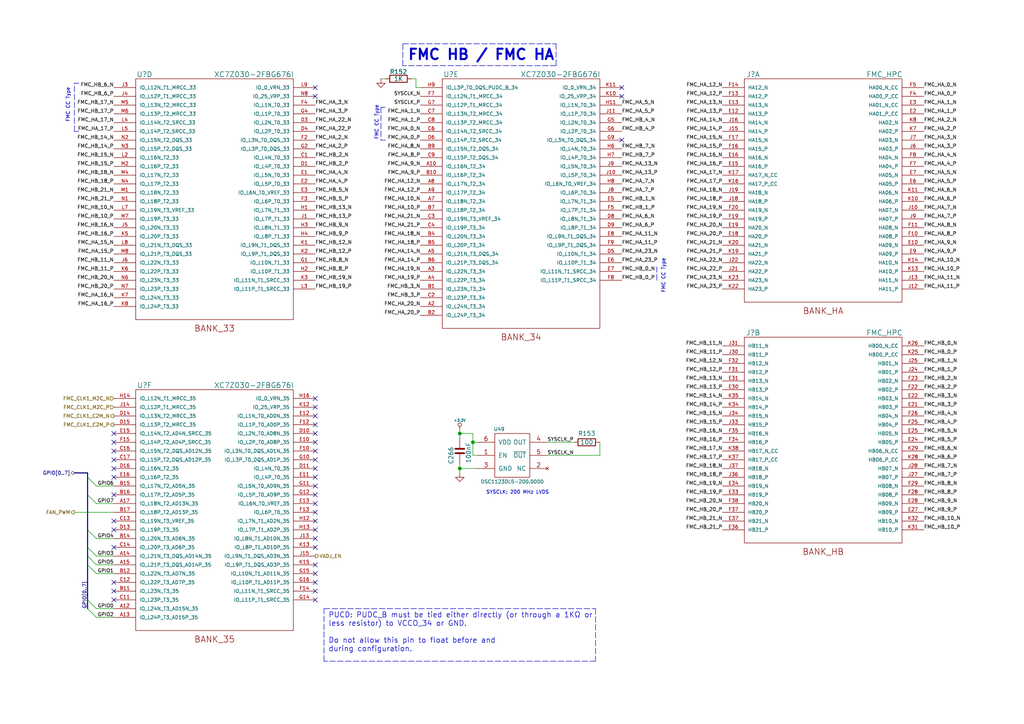
<source format=kicad_sch>
(kicad_sch (version 20250114) (generator "eeschema") (generator_version "9.0")
  (paper "A4")
  (title_block (title "CIAA-ACC FMC HB / FMC HA") (date "2019-08-28") (rev "V1.4") (company "COMPUTADORA INDUSTRIAL ABIERTA ARGENTINA. CIAA-ACC (HPC)") (comment 1 "Authors: See 'doc/CHANGES.txt' file.      License: See 'doc/LICENCIA_CIAA_ACC.txt' file."))
  (lib_symbols
    (symbol "CIAA_ACC:+3.3V" (power) (pin_names (offset 1.016))
      (property "Value" "+3.3V" (at 0 2.286 0))
      (symbol "+3.3V_0_0"
        (pin power_in line (at 0 0 90) (length 0) (hide yes) (name "+3.3V") (number "1"))
      )
    )
    (symbol "CIAA_ACC:C" (pin_numbers (hide yes)) (pin_names (offset 0.254))
      (property "Reference" "C" (at 0.635 2.54 0))
      (property "Value" "C" (at 0.635 -2.54 0))
      (symbol "C_1_1"
        (pin passive line (at 0 3.81 270) (length 2.794) (name "~") (number "1"))
        (pin passive line (at 0 -3.81 90) (length 2.794) (name "~") (number "2"))
      )
    )
    (symbol "CIAA_ACC:DSC1123" (pin_names (offset 1.016))
      (property "Reference" "U" (at -3.81 6.35 0))
      (property "Value" "DSC1123" (at 0 -8.89 0))
      (symbol "DSC1123_1_1"
        (pin power_in line (at -10.16 2.54 0) (length 5.08) (name "VDD") (number "6"))
        (pin input line (at -10.16 -1.27 0) (length 5.08) (name "EN") (number "1"))
        (pin power_in line (at -10.16 -5.08 0) (length 5.08) (name "GND") (number "3"))
        (pin output line (at 10.16 2.54 180) (length 5.08) (name "OUT") (number "4"))
        (pin output line (at 10.16 -1.27 180) (length 5.08) (name "~{OUT}") (number "5"))
        (pin no_connect line (at 10.16 -5.08 180) (length 5.08) (name "NC") (number "2"))
      )
    )
    (symbol "CIAA_ACC:GND" (power) (pin_names (offset 0))
      (property "Value" "GND" (at 0 -3.81 0))
      (symbol "GND_1_1"
        (pin power_in line (at 0 0 270) (length 0) (hide yes) (name "GND") (number "1"))
      )
    )
    (symbol "CIAA_ACC:R" (pin_numbers (hide yes)) (pin_names (offset 0))
      (property "Reference" "R" (at 2.032 0 90))
      (property "Value" "R" (at 0 0 90))
      (symbol "R_1_1"
        (pin passive line (at 0 3.81 270) (length 1.27) (name "~") (number "1"))
        (pin passive line (at 0 -3.81 90) (length 1.27) (name "~") (number "2"))
      )
    )
    (symbol "FMC_HPC:FMC_HPC" (pin_names (offset 1.016))
      (property "Reference" "J" (at 0 2.54 0))
      (property "Value" "FMC_HPC" (at 0 0 0))
      (symbol "FMC_HPC_1_0"
        (text "BANK_HA" (at 0 -33.02 0) (effects (font (size 1.778 1.778))))
      )
      (symbol "FMC_HPC_1_1"
        (pin passive line (at -29.21 31.75 0) (length 6.35) (name "HA12_N") (number "F14"))
        (pin passive line (at -29.21 29.21 0) (length 6.35) (name "HA12_P") (number "F13"))
        (pin passive line (at -29.21 26.67 0) (length 6.35) (name "HA13_N") (number "E13"))
        (pin passive line (at -29.21 24.13 0) (length 6.35) (name "HA13_P") (number "E12"))
        (pin passive line (at -29.21 21.59 0) (length 6.35) (name "HA14_N") (number "J16"))
        (pin passive line (at -29.21 19.05 0) (length 6.35) (name "HA14_P") (number "J15"))
        (pin passive line (at -29.21 16.51 0) (length 6.35) (name "HA15_N") (number "F17"))
        (pin passive line (at -29.21 13.97 0) (length 6.35) (name "HA15_P") (number "F16"))
        (pin passive line (at -29.21 11.43 0) (length 6.35) (name "HA16_N") (number "E16"))
        (pin passive line (at -29.21 8.89 0) (length 6.35) (name "HA16_P") (number "E15"))
        (pin passive line (at -29.21 6.35 0) (length 6.35) (name "HA17_N_CC") (number "K17"))
        (pin passive line (at -29.21 3.81 0) (length 6.35) (name "HA17_P_CC") (number "K16"))
        (pin passive line (at -29.21 1.27 0) (length 6.35) (name "HA18_N") (number "J19"))
        (pin passive line (at -29.21 -1.27 0) (length 6.35) (name "HA18_P") (number "J18"))
        (pin passive line (at -29.21 -3.81 0) (length 6.35) (name "HA19_N") (number "F20"))
        (pin passive line (at -29.21 -6.35 0) (length 6.35) (name "HA19_P") (number "F19"))
        (pin passive line (at -29.21 -8.89 0) (length 6.35) (name "HA20_N") (number "E19"))
        (pin passive line (at -29.21 -11.43 0) (length 6.35) (name "HA20_P") (number "E18"))
        (pin passive line (at -29.21 -13.97 0) (length 6.35) (name "HA21_N") (number "K20"))
        (pin passive line (at -29.21 -16.51 0) (length 6.35) (name "HA21_P") (number "K19"))
        (pin passive line (at -29.21 -19.05 0) (length 6.35) (name "HA22_N") (number "J22"))
        (pin passive line (at -29.21 -21.59 0) (length 6.35) (name "HA22_P") (number "J21"))
        (pin passive line (at -29.21 -24.13 0) (length 6.35) (name "HA23_N") (number "K23"))
        (pin passive line (at -29.21 -26.67 0) (length 6.35) (name "HA23_P") (number "K22"))
        (pin passive line (at 29.21 31.75 180) (length 6.35) (name "HA00_N_CC") (number "F5"))
        (pin passive line (at 29.21 29.21 180) (length 6.35) (name "HA00_P_CC") (number "F4"))
        (pin passive line (at 29.21 26.67 180) (length 6.35) (name "HA01_N_CC") (number "E3"))
        (pin passive line (at 29.21 24.13 180) (length 6.35) (name "HA01_P_CC") (number "E2"))
        (pin passive line (at 29.21 21.59 180) (length 6.35) (name "HA02_N") (number "K8"))
        (pin passive line (at 29.21 19.05 180) (length 6.35) (name "HA02_P") (number "K7"))
        (pin passive line (at 29.21 16.51 180) (length 6.35) (name "HA03_N") (number "J7"))
        (pin passive line (at 29.21 13.97 180) (length 6.35) (name "HA03_P") (number "J6"))
        (pin passive line (at 29.21 11.43 180) (length 6.35) (name "HA04_N") (number "F8"))
        (pin passive line (at 29.21 8.89 180) (length 6.35) (name "HA04_P") (number "F7"))
        (pin passive line (at 29.21 6.35 180) (length 6.35) (name "HA05_N") (number "E7"))
        (pin passive line (at 29.21 3.81 180) (length 6.35) (name "HA05_P") (number "E6"))
        (pin passive line (at 29.21 1.27 180) (length 6.35) (name "HA06_N") (number "K11"))
        (pin passive line (at 29.21 -1.27 180) (length 6.35) (name "HA06_P") (number "K10"))
        (pin passive line (at 29.21 -3.81 180) (length 6.35) (name "HA07_N") (number "J10"))
        (pin passive line (at 29.21 -6.35 180) (length 6.35) (name "HA07_P") (number "J9"))
        (pin passive line (at 29.21 -8.89 180) (length 6.35) (name "HA08_N") (number "F11"))
        (pin passive line (at 29.21 -11.43 180) (length 6.35) (name "HA08_P") (number "F10"))
        (pin passive line (at 29.21 -13.97 180) (length 6.35) (name "HA09_N") (number "E10"))
        (pin passive line (at 29.21 -16.51 180) (length 6.35) (name "HA09_P") (number "E9"))
        (pin passive line (at 29.21 -19.05 180) (length 6.35) (name "HA10_N") (number "K14"))
        (pin passive line (at 29.21 -21.59 180) (length 6.35) (name "HA10_P") (number "K13"))
        (pin passive line (at 29.21 -24.13 180) (length 6.35) (name "HA11_N") (number "J13"))
        (pin passive line (at 29.21 -26.67 180) (length 6.35) (name "HA11_P") (number "J12"))
      )
      (symbol "FMC_HPC_2_0"
        (text "BANK_HB" (at 0 -30.48 0) (effects (font (size 1.778 1.778))))
      )
      (symbol "FMC_HPC_2_1"
        (pin passive line (at -29.21 29.21 0) (length 6.35) (name "HB11_N") (number "J31"))
        (pin passive line (at -29.21 26.67 0) (length 6.35) (name "HB11_P") (number "J30"))
        (pin passive line (at -29.21 24.13 0) (length 6.35) (name "HB12_N") (number "F32"))
        (pin passive line (at -29.21 21.59 0) (length 6.35) (name "HB12_P") (number "F31"))
        (pin passive line (at -29.21 19.05 0) (length 6.35) (name "HB13_N") (number "E31"))
        (pin passive line (at -29.21 16.51 0) (length 6.35) (name "HB13_P") (number "E30"))
        (pin passive line (at -29.21 13.97 0) (length 6.35) (name "HB14_N") (number "K35"))
        (pin passive line (at -29.21 11.43 0) (length 6.35) (name "HB14_P") (number "K34"))
        (pin passive line (at -29.21 8.89 0) (length 6.35) (name "HB15_N") (number "J34"))
        (pin passive line (at -29.21 6.35 0) (length 6.35) (name "HB15_P") (number "J33"))
        (pin passive line (at -29.21 3.81 0) (length 6.35) (name "HB16_N") (number "F35"))
        (pin passive line (at -29.21 1.27 0) (length 6.35) (name "HB16_P") (number "F34"))
        (pin passive line (at -29.21 -1.27 0) (length 6.35) (name "HB17_N_CC") (number "K38"))
        (pin passive line (at -29.21 -3.81 0) (length 6.35) (name "HB17_P_CC") (number "K37"))
        (pin passive line (at -29.21 -6.35 0) (length 6.35) (name "HB18_N") (number "J37"))
        (pin passive line (at -29.21 -8.89 0) (length 6.35) (name "HB18_P") (number "J36"))
        (pin passive line (at -29.21 -11.43 0) (length 6.35) (name "HB19_N") (number "E34"))
        (pin passive line (at -29.21 -13.97 0) (length 6.35) (name "HB19_P") (number "E33"))
        (pin passive line (at -29.21 -16.51 0) (length 6.35) (name "HB20_N") (number "F38"))
        (pin passive line (at -29.21 -19.05 0) (length 6.35) (name "HB20_P") (number "F37"))
        (pin passive line (at -29.21 -21.59 0) (length 6.35) (name "HB21_N") (number "E37"))
        (pin passive line (at -29.21 -24.13 0) (length 6.35) (name "HB21_P") (number "E36"))
        (pin passive line (at 29.21 29.21 180) (length 6.35) (name "HB00_N_CC") (number "K26"))
        (pin passive line (at 29.21 26.67 180) (length 6.35) (name "HB00_P_CC") (number "K25"))
        (pin passive line (at 29.21 24.13 180) (length 6.35) (name "HB01_N") (number "J25"))
        (pin passive line (at 29.21 21.59 180) (length 6.35) (name "HB01_P") (number "J24"))
        (pin passive line (at 29.21 19.05 180) (length 6.35) (name "HB02_N") (number "F23"))
        (pin passive line (at 29.21 16.51 180) (length 6.35) (name "HB02_P") (number "F22"))
        (pin passive line (at 29.21 13.97 180) (length 6.35) (name "HB03_N") (number "E22"))
        (pin passive line (at 29.21 11.43 180) (length 6.35) (name "HB03_P") (number "E21"))
        (pin passive line (at 29.21 8.89 180) (length 6.35) (name "HB04_N") (number "F26"))
        (pin passive line (at 29.21 6.35 180) (length 6.35) (name "HB04_P") (number "F25"))
        (pin passive line (at 29.21 3.81 180) (length 6.35) (name "HB05_N") (number "E25"))
        (pin passive line (at 29.21 1.27 180) (length 6.35) (name "HB05_P") (number "E24"))
        (pin passive line (at 29.21 -1.27 180) (length 6.35) (name "HB06_N_CC") (number "K29"))
        (pin passive line (at 29.21 -3.81 180) (length 6.35) (name "HB06_P_CC") (number "K28"))
        (pin passive line (at 29.21 -6.35 180) (length 6.35) (name "HB07_N") (number "J28"))
        (pin passive line (at 29.21 -8.89 180) (length 6.35) (name "HB07_P") (number "J27"))
        (pin passive line (at 29.21 -11.43 180) (length 6.35) (name "HB08_N") (number "F29"))
        (pin passive line (at 29.21 -13.97 180) (length 6.35) (name "HB08_P") (number "F28"))
        (pin passive line (at 29.21 -16.51 180) (length 6.35) (name "HB09_N") (number "E28"))
        (pin passive line (at 29.21 -19.05 180) (length 6.35) (name "HB09_P") (number "E27"))
        (pin passive line (at 29.21 -21.59 180) (length 6.35) (name "HB10_N") (number "K32"))
        (pin passive line (at 29.21 -24.13 180) (length 6.35) (name "HB10_P") (number "K31"))
      )
      (symbol "FMC_HPC_3_0"
        (text "BANK_LA" (at 0 -45.72 0) (effects (font (size 1.778 1.778))))
      )
      (symbol "FMC_HPC_3_1"
        (pin passive line (at -29.21 44.45 0) (length 6.35) (name "LA17_N_CC") (number "D21"))
        (pin passive line (at -29.21 41.91 0) (length 6.35) (name "LA17_P_CC") (number "D20"))
        (pin passive line (at -29.21 39.37 0) (length 6.35) (name "LA18_N_CC") (number "C23"))
        (pin passive line (at -29.21 36.83 0) (length 6.35) (name "LA18_P_CC") (number "C22"))
        (pin passive line (at -29.21 34.29 0) (length 6.35) (name "LA19_N") (number "H23"))
        (pin passive line (at -29.21 31.75 0) (length 6.35) (name "LA19_P") (number "H22"))
        (pin passive line (at -29.21 29.21 0) (length 6.35) (name "LA20_N") (number "G22"))
        (pin passive line (at -29.21 26.67 0) (length 6.35) (name "LA20_P") (number "G21"))
        (pin passive line (at -29.21 24.13 0) (length 6.35) (name "LA21_N") (number "H26"))
        (pin passive line (at -29.21 21.59 0) (length 6.35) (name "LA21_P") (number "H25"))
        (pin passive line (at -29.21 19.05 0) (length 6.35) (name "LA22_N") (number "G25"))
        (pin passive line (at -29.21 16.51 0) (length 6.35) (name "LA22_P") (number "G24"))
        (pin passive line (at -29.21 13.97 0) (length 6.35) (name "LA23_N") (number "D24"))
        (pin passive line (at -29.21 11.43 0) (length 6.35) (name "LA23_P") (number "D23"))
        (pin passive line (at -29.21 8.89 0) (length 6.35) (name "LA24_N") (number "H29"))
        (pin passive line (at -29.21 6.35 0) (length 6.35) (name "LA24_P") (number "H28"))
        (pin passive line (at -29.21 3.81 0) (length 6.35) (name "LA25_N") (number "G28"))
        (pin passive line (at -29.21 1.27 0) (length 6.35) (name "LA25_P") (number "G27"))
        (pin passive line (at -29.21 -1.27 0) (length 6.35) (name "LA26_N") (number "D27"))
        (pin passive line (at -29.21 -3.81 0) (length 6.35) (name "LA26_P") (number "D26"))
        (pin passive line (at -29.21 -6.35 0) (length 6.35) (name "LA27_N") (number "C27"))
        (pin passive line (at -29.21 -8.89 0) (length 6.35) (name "LA27_P") (number "C26"))
        (pin passive line (at -29.21 -11.43 0) (length 6.35) (name "LA28_N") (number "H32"))
        (pin passive line (at -29.21 -13.97 0) (length 6.35) (name "LA28_P") (number "H31"))
        (pin passive line (at -29.21 -16.51 0) (length 6.35) (name "LA29_N") (number "G31"))
        (pin passive line (at -29.21 -19.05 0) (length 6.35) (name "LA29_P") (number "G30"))
        (pin passive line (at -29.21 -21.59 0) (length 6.35) (name "LA30_N") (number "H35"))
        (pin passive line (at -29.21 -24.13 0) (length 6.35) (name "LA30_P") (number "H34"))
        (pin passive line (at -29.21 -26.67 0) (length 6.35) (name "LA31_N") (number "G34"))
        (pin passive line (at -29.21 -29.21 0) (length 6.35) (name "LA31_P") (number "G33"))
        (pin passive line (at -29.21 -31.75 0) (length 6.35) (name "LA32_N") (number "H38"))
        (pin passive line (at -29.21 -34.29 0) (length 6.35) (name "LA32_P") (number "H37"))
        (pin passive line (at -29.21 -36.83 0) (length 6.35) (name "LA33_N") (number "G37"))
        (pin passive line (at -29.21 -39.37 0) (length 6.35) (name "LA33_P") (number "G36"))
        (pin passive line (at 29.21 44.45 180) (length 6.35) (name "LA00_N_CC") (number "G7"))
        (pin passive line (at 29.21 41.91 180) (length 6.35) (name "LA00_P_CC") (number "G6"))
        (pin passive line (at 29.21 39.37 180) (length 6.35) (name "LA01_N_CC") (number "D9"))
        (pin passive line (at 29.21 36.83 180) (length 6.35) (name "LA01_P_CC") (number "D8"))
        (pin passive line (at 29.21 34.29 180) (length 6.35) (name "LA02_N") (number "H8"))
        (pin passive line (at 29.21 31.75 180) (length 6.35) (name "LA02_P") (number "H7"))
        (pin passive line (at 29.21 29.21 180) (length 6.35) (name "LA03_N") (number "G10"))
        (pin passive line (at 29.21 26.67 180) (length 6.35) (name "LA03_P") (number "G9"))
        (pin passive line (at 29.21 24.13 180) (length 6.35) (name "LA04_N") (number "H11"))
        (pin passive line (at 29.21 21.59 180) (length 6.35) (name "LA04_P") (number "H10"))
        (pin passive line (at 29.21 19.05 180) (length 6.35) (name "LA05_N") (number "D12"))
        (pin passive line (at 29.21 16.51 180) (length 6.35) (name "LA05_P") (number "D11"))
        (pin passive line (at 29.21 13.97 180) (length 6.35) (name "LA06_N") (number "C11"))
        (pin passive line (at 29.21 11.43 180) (length 6.35) (name "LA06_P") (number "C10"))
        (pin passive line (at 29.21 8.89 180) (length 6.35) (name "LA07_N") (number "H14"))
        (pin passive line (at 29.21 6.35 180) (length 6.35) (name "LA07_P") (number "H13"))
        (pin passive line (at 29.21 3.81 180) (length 6.35) (name "LA08_N") (number "G13"))
        (pin passive line (at 29.21 1.27 180) (length 6.35) (name "LA08_P") (number "G12"))
        (pin passive line (at 29.21 -1.27 180) (length 6.35) (name "LA09_N") (number "D15"))
        (pin passive line (at 29.21 -3.81 180) (length 6.35) (name "LA09_P") (number "D14"))
        (pin passive line (at 29.21 -6.35 180) (length 6.35) (name "LA10_N") (number "C15"))
        (pin passive line (at 29.21 -8.89 180) (length 6.35) (name "LA10_P") (number "C14"))
        (pin passive line (at 29.21 -11.43 180) (length 6.35) (name "LA11_N") (number "H17"))
        (pin passive line (at 29.21 -13.97 180) (length 6.35) (name "LA11_P") (number "H16"))
        (pin passive line (at 29.21 -16.51 180) (length 6.35) (name "LA12_N") (number "G16"))
        (pin passive line (at 29.21 -19.05 180) (length 6.35) (name "LA12_P") (number "G15"))
        (pin passive line (at 29.21 -21.59 180) (length 6.35) (name "LA13_N") (number "D18"))
        (pin passive line (at 29.21 -24.13 180) (length 6.35) (name "LA13_P") (number "D17"))
        (pin passive line (at 29.21 -26.67 180) (length 6.35) (name "LA14_N") (number "C19"))
        (pin passive line (at 29.21 -29.21 180) (length 6.35) (name "LA14_P") (number "C18"))
        (pin passive line (at 29.21 -31.75 180) (length 6.35) (name "LA15_N") (number "H20"))
        (pin passive line (at 29.21 -34.29 180) (length 6.35) (name "LA15_P") (number "H19"))
        (pin passive line (at 29.21 -36.83 180) (length 6.35) (name "LA16_N") (number "G19"))
        (pin passive line (at 29.21 -39.37 180) (length 6.35) (name "LA16_P") (number "G18"))
      )
      (symbol "FMC_HPC_4_0"
        (text "CLK" (at 0 -12.7 0) (effects (font (size 1.778 1.778))))
      )
      (symbol "FMC_HPC_4_1"
        (pin passive line (at -29.21 8.89 0) (length 6.35) (name "CLK1_C2M_N") (number "J3"))
        (pin passive line (at -29.21 6.35 0) (length 6.35) (name "CLK1_C2M_P") (number "J2"))
        (pin passive line (at -29.21 3.81 0) (length 6.35) (name "CLK1_M2C_N") (number "K5"))
        (pin passive line (at -29.21 1.27 0) (length 6.35) (name "CLK1_M2C_P") (number "K4"))
        (pin passive line (at -29.21 -3.81 0) (length 6.35) (name "GBTCLK1_M2C_N") (number "B21"))
        (pin passive line (at -29.21 -6.35 0) (length 6.35) (name "GBTCLK1_M2C_P") (number "B20"))
        (pin passive line (at 29.21 8.89 180) (length 6.35) (name "CLK0_C2M_N") (number "G3"))
        (pin passive line (at 29.21 6.35 180) (length 6.35) (name "CLK0_C2M_P") (number "G2"))
        (pin passive line (at 29.21 3.81 180) (length 6.35) (name "CLK0_M2C_N") (number "H5"))
        (pin passive line (at 29.21 1.27 180) (length 6.35) (name "CLK0_M2C_P") (number "H4"))
        (pin passive line (at 29.21 -3.81 180) (length 6.35) (name "GBTCLK0_M2C_N") (number "D5"))
        (pin passive line (at 29.21 -6.35 180) (length 6.35) (name "GBTCLK0_M2C_P") (number "D4"))
      )
      (symbol "FMC_HPC_5_0"
        (text "GND" (at 0 -105.41 0) (effects (font (size 1.778 1.778))))
      )
      (symbol "FMC_HPC_5_1"
        (pin passive line (at -29.21 101.6 0) (length 6.35) (name "GND") (number "A1"))
        (pin passive line (at -29.21 99.06 0) (length 6.35) (name "GND") (number "A4"))
        (pin passive line (at -29.21 96.52 0) (length 6.35) (name "GND") (number "A5"))
        (pin passive line (at -29.21 93.98 0) (length 6.35) (name "GND") (number "A8"))
        (pin passive line (at -29.21 91.44 0) (length 6.35) (name "GND") (number "A9"))
        (pin passive line (at -29.21 88.9 0) (length 6.35) (name "GND") (number "A12"))
        (pin passive line (at -29.21 86.36 0) (length 6.35) (name "GND") (number "A13"))
        (pin passive line (at -29.21 83.82 0) (length 6.35) (name "GND") (number "A16"))
        (pin passive line (at -29.21 81.28 0) (length 6.35) (name "GND") (number "A17"))
        (pin passive line (at -29.21 78.74 0) (length 6.35) (name "GND") (number "A20"))
        (pin passive line (at -29.21 76.2 0) (length 6.35) (name "GND") (number "A21"))
        (pin passive line (at -29.21 73.66 0) (length 6.35) (name "GND") (number "A24"))
        (pin passive line (at -29.21 71.12 0) (length 6.35) (name "GND") (number "A25"))
        (pin passive line (at -29.21 68.58 0) (length 6.35) (name "GND") (number "A28"))
        (pin passive line (at -29.21 66.04 0) (length 6.35) (name "GND") (number "A29"))
        (pin passive line (at -29.21 63.5 0) (length 6.35) (name "GND") (number "A32"))
        (pin passive line (at -29.21 60.96 0) (length 6.35) (name "GND") (number "A33"))
        (pin passive line (at -29.21 58.42 0) (length 6.35) (name "GND") (number "A36"))
        (pin passive line (at -29.21 55.88 0) (length 6.35) (name "GND") (number "A37"))
        (pin passive line (at -29.21 53.34 0) (length 6.35) (name "GND") (number "A40"))
        (pin passive line (at -29.21 50.8 0) (length 6.35) (name "GND") (number "B2"))
        (pin passive line (at -29.21 48.26 0) (length 6.35) (name "GND") (number "B3"))
        (pin passive line (at -29.21 45.72 0) (length 6.35) (name "GND") (number "B6"))
        (pin passive line (at -29.21 43.18 0) (length 6.35) (name "GND") (number "B7"))
        (pin passive line (at -29.21 40.64 0) (length 6.35) (name "GND") (number "B10"))
        (pin passive line (at -29.21 38.1 0) (length 6.35) (name "GND") (number "B11"))
        (pin passive line (at -29.21 35.56 0) (length 6.35) (name "GND") (number "B14"))
        (pin passive line (at -29.21 33.02 0) (length 6.35) (name "GND") (number "B15"))
        (pin passive line (at -29.21 30.48 0) (length 6.35) (name "GND") (number "B18"))
        (pin passive line (at -29.21 27.94 0) (length 6.35) (name "GND") (number "B19"))
        (pin passive line (at -29.21 25.4 0) (length 6.35) (name "GND") (number "B22"))
        (pin passive line (at -29.21 22.86 0) (length 6.35) (name "GND") (number "B23"))
        (pin passive line (at -29.21 20.32 0) (length 6.35) (name "GND") (number "B26"))
        (pin passive line (at -29.21 17.78 0) (length 6.35) (name "GND") (number "B27"))
        (pin passive line (at -29.21 15.24 0) (length 6.35) (name "GND") (number "B30"))
        (pin passive line (at -29.21 12.7 0) (length 6.35) (name "GND") (number "B31"))
        (pin passive line (at -29.21 10.16 0) (length 6.35) (name "GND") (number "B34"))
        (pin passive line (at -29.21 7.62 0) (length 6.35) (name "GND") (number "B35"))
        (pin passive line (at -29.21 5.08 0) (length 6.35) (name "GND") (number "B38"))
        (pin passive line (at -29.21 2.54 0) (length 6.35) (name "GND") (number "B39"))
        (pin passive line (at -29.21 0 0) (length 6.35) (name "GND") (number "C1"))
        (pin passive line (at -29.21 -2.54 0) (length 6.35) (name "GND") (number "C4"))
        (pin passive line (at -29.21 -5.08 0) (length 6.35) (name "GND") (number "C5"))
        (pin passive line (at -29.21 -7.62 0) (length 6.35) (name "GND") (number "C8"))
        (pin passive line (at -29.21 -10.16 0) (length 6.35) (name "GND") (number "C9"))
        (pin passive line (at -29.21 -12.7 0) (length 6.35) (name "GND") (number "C12"))
        (pin passive line (at -29.21 -15.24 0) (length 6.35) (name "GND") (number "C13"))
        (pin passive line (at -29.21 -17.78 0) (length 6.35) (name "GND") (number "C16"))
        (pin passive line (at -29.21 -20.32 0) (length 6.35) (name "GND") (number "C17"))
        (pin passive line (at -29.21 -22.86 0) (length 6.35) (name "GND") (number "C20"))
        (pin passive line (at -29.21 -25.4 0) (length 6.35) (name "GND") (number "C21"))
        (pin passive line (at -29.21 -27.94 0) (length 6.35) (name "GND") (number "C24"))
        (pin passive line (at -29.21 -30.48 0) (length 6.35) (name "GND") (number "C25"))
        (pin passive line (at -29.21 -33.02 0) (length 6.35) (name "GND") (number "C28"))
        (pin passive line (at -29.21 -35.56 0) (length 6.35) (name "GND") (number "C29"))
        (pin passive line (at -29.21 -38.1 0) (length 6.35) (name "GND") (number "C32"))
        (pin passive line (at -29.21 -40.64 0) (length 6.35) (name "GND") (number "C33"))
        (pin passive line (at -29.21 -43.18 0) (length 6.35) (name "GND") (number "C36"))
        (pin passive line (at -29.21 -45.72 0) (length 6.35) (name "GND") (number "C38"))
        (pin passive line (at -29.21 -48.26 0) (length 6.35) (name "GND") (number "C40"))
        (pin passive line (at -29.21 -50.8 0) (length 6.35) (name "GND") (number "D2"))
        (pin passive line (at -29.21 -53.34 0) (length 6.35) (name "GND") (number "D3"))
        (pin passive line (at -29.21 -55.88 0) (length 6.35) (name "GND") (number "D6"))
        (pin passive line (at -29.21 -58.42 0) (length 6.35) (name "GND") (number "D7"))
        (pin passive line (at -29.21 -60.96 0) (length 6.35) (name "GND") (number "D10"))
        (pin passive line (at -29.21 -63.5 0) (length 6.35) (name "GND") (number "D13"))
        (pin passive line (at -29.21 -66.04 0) (length 6.35) (name "GND") (number "D16"))
        (pin passive line (at -29.21 -68.58 0) (length 6.35) (name "GND") (number "D19"))
        (pin passive line (at -29.21 -71.12 0) (length 6.35) (name "GND") (number "D22"))
        (pin passive line (at -29.21 -73.66 0) (length 6.35) (name "GND") (number "D25"))
        (pin passive line (at -29.21 -76.2 0) (length 6.35) (name "GND") (number "D28"))
        (pin passive line (at -29.21 -78.74 0) (length 6.35) (name "GND") (number "D37"))
        (pin passive line (at -29.21 -81.28 0) (length 6.35) (name "GND") (number "D39"))
        (pin passive line (at -29.21 -83.82 0) (length 6.35) (name "GND") (number "E26"))
        (pin passive line (at -29.21 -86.36 0) (length 6.35) (name "GND") (number "E29"))
        (pin passive line (at -29.21 -88.9 0) (length 6.35) (name "GND") (number "E32"))
        (pin passive line (at -29.21 -91.44 0) (length 6.35) (name "GND") (number "E35"))
        (pin passive line (at -29.21 -93.98 0) (length 6.35) (name "GND") (number "E38"))
        (pin passive line (at -29.21 -96.52 0) (length 6.35) (name "GND") (number "E40"))
        (pin passive line (at 29.21 101.6 180) (length 6.35) (name "GND") (number "E1"))
        (pin passive line (at 29.21 99.06 180) (length 6.35) (name "GND") (number "E4"))
        (pin passive line (at 29.21 96.52 180) (length 6.35) (name "GND") (number "E5"))
        (pin passive line (at 29.21 93.98 180) (length 6.35) (name "GND") (number "E8"))
        (pin passive line (at 29.21 91.44 180) (length 6.35) (name "GND") (number "E11"))
        (pin passive line (at 29.21 88.9 180) (length 6.35) (name "GND") (number "E14"))
        (pin passive line (at 29.21 86.36 180) (length 6.35) (name "GND") (number "E17"))
        (pin passive line (at 29.21 83.82 180) (length 6.35) (name "GND") (number "E20"))
        (pin passive line (at 29.21 81.28 180) (length 6.35) (name "GND") (number "E23"))
        (pin passive line (at 29.21 78.74 180) (length 6.35) (name "GND") (number "F2"))
        (pin passive line (at 29.21 76.2 180) (length 6.35) (name "GND") (number "F3"))
        (pin passive line (at 29.21 73.66 180) (length 6.35) (name "GND") (number "F6"))
        (pin passive line (at 29.21 71.12 180) (length 6.35) (name "GND") (number "F9"))
        (pin passive line (at 29.21 68.58 180) (length 6.35) (name "GND") (number "F12"))
        (pin passive line (at 29.21 66.04 180) (length 6.35) (name "GND") (number "F15"))
        (pin passive line (at 29.21 63.5 180) (length 6.35) (name "GND") (number "F18"))
        (pin passive line (at 29.21 60.96 180) (length 6.35) (name "GND") (number "F21"))
        (pin passive line (at 29.21 58.42 180) (length 6.35) (name "GND") (number "F24"))
        (pin passive line (at 29.21 55.88 180) (length 6.35) (name "GND") (number "F27"))
        (pin passive line (at 29.21 53.34 180) (length 6.35) (name "GND") (number "F30"))
        (pin passive line (at 29.21 50.8 180) (length 6.35) (name "GND") (number "F33"))
        (pin passive line (at 29.21 48.26 180) (length 6.35) (name "GND") (number "F36"))
        (pin passive line (at 29.21 45.72 180) (length 6.35) (name "GND") (number "F39"))
        (pin passive line (at 29.21 43.18 180) (length 6.35) (name "GND") (number "G1"))
        (pin passive line (at 29.21 40.64 180) (length 6.35) (name "GND") (number "G4"))
        (pin passive line (at 29.21 38.1 180) (length 6.35) (name "GND") (number "G5"))
        (pin passive line (at 29.21 35.56 180) (length 6.35) (name "GND") (number "G8"))
        (pin passive line (at 29.21 33.02 180) (length 6.35) (name "GND") (number "G11"))
        (pin passive line (at 29.21 30.48 180) (length 6.35) (name "GND") (number "G14"))
        (pin passive line (at 29.21 27.94 180) (length 6.35) (name "GND") (number "G17"))
        (pin passive line (at 29.21 25.4 180) (length 6.35) (name "GND") (number "G20"))
        (pin passive line (at 29.21 22.86 180) (length 6.35) (name "GND") (number "G23"))
        (pin passive line (at 29.21 20.32 180) (length 6.35) (name "GND") (number "G26"))
        (pin passive line (at 29.21 17.78 180) (length 6.35) (name "GND") (number "G29"))
        (pin passive line (at 29.21 15.24 180) (length 6.35) (name "GND") (number "G32"))
        (pin passive line (at 29.21 12.7 180) (length 6.35) (name "GND") (number "G35"))
        (pin passive line (at 29.21 10.16 180) (length 6.35) (name "GND") (number "G38"))
        (pin passive line (at 29.21 7.62 180) (length 6.35) (name "GND") (number "G40"))
        (pin passive line (at 29.21 5.08 180) (length 6.35) (name "GND") (number "H3"))
        (pin passive line (at 29.21 2.54 180) (length 6.35) (name "GND") (number "H6"))
        (pin passive line (at 29.21 0 180) (length 6.35) (name "GND") (number "H9"))
        (pin passive line (at 29.21 -2.54 180) (length 6.35) (name "GND") (number "H12"))
        (pin passive line (at 29.21 -5.08 180) (length 6.35) (name "GND") (number "H15"))
        (pin passive line (at 29.21 -7.62 180) (length 6.35) (name "GND") (number "H18"))
        (pin passive line (at 29.21 -10.16 180) (length 6.35) (name "GND") (number "H21"))
        (pin passive line (at 29.21 -12.7 180) (length 6.35) (name "GND") (number "H24"))
        (pin passive line (at 29.21 -15.24 180) (length 6.35) (name "GND") (number "H27"))
        (pin passive line (at 29.21 -17.78 180) (length 6.35) (name "GND") (number "H30"))
        (pin passive line (at 29.21 -20.32 180) (length 6.35) (name "GND") (number "H33"))
        (pin passive line (at 29.21 -22.86 180) (length 6.35) (name "GND") (number "H36"))
        (pin passive line (at 29.21 -25.4 180) (length 6.35) (name "GND") (number "H39"))
        (pin passive line (at 29.21 -27.94 180) (length 6.35) (name "GND") (number "J1"))
        (pin passive line (at 29.21 -30.48 180) (length 6.35) (name "GND") (number "J4"))
        (pin passive line (at 29.21 -33.02 180) (length 6.35) (name "GND") (number "J5"))
        (pin passive line (at 29.21 -35.56 180) (length 6.35) (name "GND") (number "J8"))
        (pin passive line (at 29.21 -38.1 180) (length 6.35) (name "GND") (number "J11"))
        (pin passive line (at 29.21 -40.64 180) (length 6.35) (name "GND") (number "J14"))
        (pin passive line (at 29.21 -43.18 180) (length 6.35) (name "GND") (number "J17"))
        (pin passive line (at 29.21 -45.72 180) (length 6.35) (name "GND") (number "J20"))
        (pin passive line (at 29.21 -48.26 180) (length 6.35) (name "GND") (number "J23"))
        (pin passive line (at 29.21 -50.8 180) (length 6.35) (name "GND") (number "J26"))
        (pin passive line (at 29.21 -53.34 180) (length 6.35) (name "GND") (number "J29"))
        (pin passive line (at 29.21 -55.88 180) (length 6.35) (name "GND") (number "J32"))
        (pin passive line (at 29.21 -58.42 180) (length 6.35) (name "GND") (number "J35"))
        (pin passive line (at 29.21 -60.96 180) (length 6.35) (name "GND") (number "J38"))
        (pin passive line (at 29.21 -63.5 180) (length 6.35) (name "GND") (number "J40"))
        (pin passive line (at 29.21 -66.04 180) (length 6.35) (name "GND") (number "K2"))
        (pin passive line (at 29.21 -68.58 180) (length 6.35) (name "GND") (number "K3"))
        (pin passive line (at 29.21 -71.12 180) (length 6.35) (name "GND") (number "K6"))
        (pin passive line (at 29.21 -73.66 180) (length 6.35) (name "GND") (number "K9"))
        (pin passive line (at 29.21 -76.2 180) (length 6.35) (name "GND") (number "K12"))
        (pin passive line (at 29.21 -78.74 180) (length 6.35) (name "GND") (number "K15"))
        (pin passive line (at 29.21 -81.28 180) (length 6.35) (name "GND") (number "K18"))
        (pin passive line (at 29.21 -83.82 180) (length 6.35) (name "GND") (number "K21"))
        (pin passive line (at 29.21 -86.36 180) (length 6.35) (name "GND") (number "K24"))
        (pin passive line (at 29.21 -88.9 180) (length 6.35) (name "GND") (number "K27"))
        (pin passive line (at 29.21 -91.44 180) (length 6.35) (name "GND") (number "K30"))
        (pin passive line (at 29.21 -93.98 180) (length 6.35) (name "GND") (number "K33"))
        (pin passive line (at 29.21 -96.52 180) (length 6.35) (name "GND") (number "K36"))
        (pin passive line (at 29.21 -99.06 180) (length 6.35) (name "GND") (number "K39"))
      )
      (symbol "FMC_HPC_6_0"
        (text "MGMT" (at 0 -21.59 0) (effects (font (size 1.778 1.778))))
      )
      (symbol "FMC_HPC_6_1"
        (pin passive line (at -29.21 10.16 0) (length 6.35) (name "GA0") (number "C34"))
        (pin passive line (at -29.21 7.62 0) (length 6.35) (name "GA1") (number "D35"))
        (pin passive line (at -29.21 5.08 0) (length 6.35) (name "SCL") (number "C30"))
        (pin passive line (at -29.21 2.54 0) (length 6.35) (name "SDA") (number "C31"))
        (pin passive line (at -29.21 -2.54 0) (length 6.35) (name "PRSNT_M2C_L") (number "H2"))
        (pin passive line (at 29.21 10.16 180) (length 6.35) (name "RES0") (number "B40"))
        (pin passive line (at 29.21 7.62 180) (length 6.35) (name "RES1") (number "B1"))
        (pin passive line (at 29.21 2.54 180) (length 6.35) (name "PG_C2M") (number "D1"))
        (pin passive line (at 29.21 0 180) (length 6.35) (name "PG_M2C") (number "F1"))
        (pin passive line (at 29.21 -5.08 180) (length 6.35) (name "TCK") (number "D29"))
        (pin passive line (at 29.21 -7.62 180) (length 6.35) (name "TDI") (number "D30"))
        (pin passive line (at 29.21 -10.16 180) (length 6.35) (name "TDO") (number "D31"))
        (pin passive line (at 29.21 -12.7 180) (length 6.35) (name "TMS") (number "D33"))
        (pin passive line (at 29.21 -15.24 180) (length 6.35) (name "TRST_L") (number "D34"))
      )
      (symbol "FMC_HPC_7_0"
        (text "PWR" (at 0 -19.05 0) (effects (font (size 1.778 1.778))))
      )
      (symbol "FMC_HPC_7_1"
        (pin passive line (at -29.21 10.16 0) (length 6.35) (name "3P3VAUX") (number "D32"))
        (pin passive line (at -29.21 5.08 0) (length 6.35) (name "12P0V") (number "C35"))
        (pin passive line (at -29.21 2.54 0) (length 6.35) (name "12P0V") (number "C37"))
        (pin passive line (at -29.21 -2.54 0) (length 6.35) (name "VIO_B_M2C") (number "J39"))
        (pin passive line (at -29.21 -5.08 0) (length 6.35) (name "VIO_B_M2C") (number "K40"))
        (pin passive line (at -29.21 -10.16 0) (length 6.35) (name "VREF_A_M2C") (number "H1"))
        (pin passive line (at -29.21 -12.7 0) (length 6.35) (name "VREF_B_M2C") (number "K1"))
        (pin passive line (at 29.21 10.16 180) (length 6.35) (name "3P3V") (number "C39"))
        (pin passive line (at 29.21 7.62 180) (length 6.35) (name "3P3V") (number "D36"))
        (pin passive line (at 29.21 5.08 180) (length 6.35) (name "3P3V") (number "D38"))
        (pin passive line (at 29.21 2.54 180) (length 6.35) (name "3P3V") (number "D40"))
        (pin passive line (at 29.21 -2.54 180) (length 6.35) (name "VADJ") (number "E39"))
        (pin passive line (at 29.21 -5.08 180) (length 6.35) (name "VADJ") (number "F40"))
        (pin passive line (at 29.21 -7.62 180) (length 6.35) (name "VADJ") (number "G39"))
        (pin passive line (at 29.21 -10.16 180) (length 6.35) (name "VADJ") (number "H40"))
      )
      (symbol "FMC_HPC_8_0"
        (text "TXRX" (at 0 -27.94 0) (effects (font (size 1.778 1.778))))
      )
      (symbol "FMC_HPC_8_1"
        (pin passive line (at -29.21 26.67 0) (length 6.35) (name "DP5_C2M_N") (number "A39"))
        (pin passive line (at -29.21 24.13 0) (length 6.35) (name "DP5_C2M_P") (number "A38"))
        (pin passive line (at -29.21 21.59 0) (length 6.35) (name "DP5_M2C_N") (number "A19"))
        (pin passive line (at -29.21 19.05 0) (length 6.35) (name "DP5_M2C_P") (number "A18"))
        (pin passive line (at -29.21 16.51 0) (length 6.35) (name "DP6_C2M_N") (number "B37"))
        (pin passive line (at -29.21 13.97 0) (length 6.35) (name "DP6_C2M_P") (number "B36"))
        (pin passive line (at -29.21 11.43 0) (length 6.35) (name "DP6_M2C_N") (number "B17"))
        (pin passive line (at -29.21 8.89 0) (length 6.35) (name "DP6_M2C_P") (number "B16"))
        (pin passive line (at -29.21 6.35 0) (length 6.35) (name "DP7_C2M_N") (number "B33"))
        (pin passive line (at -29.21 3.81 0) (length 6.35) (name "DP7_C2M_P") (number "B32"))
        (pin passive line (at -29.21 1.27 0) (length 6.35) (name "DP7_M2C_N") (number "B13"))
        (pin passive line (at -29.21 -1.27 0) (length 6.35) (name "DP7_M2C_P") (number "B12"))
        (pin passive line (at -29.21 -3.81 0) (length 6.35) (name "DP8_C2M_N") (number "B29"))
        (pin passive line (at -29.21 -6.35 0) (length 6.35) (name "DP8_C2M_P") (number "B28"))
        (pin passive line (at -29.21 -8.89 0) (length 6.35) (name "DP8_M2C_N") (number "B9"))
        (pin passive line (at -29.21 -11.43 0) (length 6.35) (name "DP8_M2C_P") (number "B8"))
        (pin passive line (at -29.21 -13.97 0) (length 6.35) (name "DP9_C2M_N") (number "B25"))
        (pin passive line (at -29.21 -16.51 0) (length 6.35) (name "DP9_C2M_P") (number "B24"))
        (pin passive line (at -29.21 -19.05 0) (length 6.35) (name "DP9_M2C_N") (number "B5"))
        (pin passive line (at -29.21 -21.59 0) (length 6.35) (name "DP9_M2C_P") (number "B4"))
        (pin passive line (at 29.21 26.67 180) (length 6.35) (name "DP0_C2M_N") (number "C3"))
        (pin passive line (at 29.21 24.13 180) (length 6.35) (name "DP0_C2M_P") (number "C2"))
        (pin passive line (at 29.21 21.59 180) (length 6.35) (name "DP0_M2C_N") (number "C7"))
        (pin passive line (at 29.21 19.05 180) (length 6.35) (name "DP0_M2C_P") (number "C6"))
        (pin passive line (at 29.21 16.51 180) (length 6.35) (name "DP1_C2M_N") (number "A23"))
        (pin passive line (at 29.21 13.97 180) (length 6.35) (name "DP1_C2M_P") (number "A22"))
        (pin passive line (at 29.21 11.43 180) (length 6.35) (name "DP1_M2C_N") (number "A3"))
        (pin passive line (at 29.21 8.89 180) (length 6.35) (name "DP1_M2C_P") (number "A2"))
        (pin passive line (at 29.21 6.35 180) (length 6.35) (name "DP2_C2M_N") (number "A27"))
        (pin passive line (at 29.21 3.81 180) (length 6.35) (name "DP2_C2M_P") (number "A26"))
        (pin passive line (at 29.21 1.27 180) (length 6.35) (name "DP2_M2C_N") (number "A7"))
        (pin passive line (at 29.21 -1.27 180) (length 6.35) (name "DP2_M2C_P") (number "A6"))
        (pin passive line (at 29.21 -3.81 180) (length 6.35) (name "DP3_C2M_N") (number "A31"))
        (pin passive line (at 29.21 -6.35 180) (length 6.35) (name "DP3_C2M_P") (number "A30"))
        (pin passive line (at 29.21 -8.89 180) (length 6.35) (name "DP3_M2C_N") (number "A11"))
        (pin passive line (at 29.21 -11.43 180) (length 6.35) (name "DP3_M2C_P") (number "A10"))
        (pin passive line (at 29.21 -13.97 180) (length 6.35) (name "DP4_C2M_N") (number "A35"))
        (pin passive line (at 29.21 -16.51 180) (length 6.35) (name "DP4_C2M_P") (number "A34"))
        (pin passive line (at 29.21 -19.05 180) (length 6.35) (name "DP4_M2C_N") (number "A15"))
        (pin passive line (at 29.21 -21.59 180) (length 6.35) (name "DP4_M2C_P") (number "A14"))
      )
    )
    (symbol "XC7Z030_FBG676:XC7Z030_FBG676" (pin_names (offset 1.016))
      (property "Reference" "U" (at 0 2.54 0))
      (property "Value" "XC7Z030_FBG676" (at 0 0 0))
      (symbol "XC7Z030_FBG676_1_0"
        (text "BANK_0" (at 0 -38.1 0) (effects (font (size 1.778 1.778))))
      )
      (symbol "XC7Z030_FBG676_1_1"
        (pin bidirectional line (at -29.21 13.97 0) (length 6.35) (name "INIT_B_0") (number "R8"))
        (pin input line (at -29.21 11.43 0) (length 6.35) (name "PROGRAM_B_0") (number "V9"))
        (pin input line (at 29.21 13.97 180) (length 6.35) (name "CFGBVS_0") (number "T7"))
        (pin bidirectional line (at 29.21 11.43 180) (length 6.35) (name "DONE_0") (number "W9"))
        (pin input line (at 29.21 8.89 180) (length 6.35) (name "DXN_0") (number "R13"))
        (pin input line (at 29.21 6.35 180) (length 6.35) (name "DXP_0") (number "R14"))
        (pin power_in line (at 29.21 3.81 180) (length 6.35) (name "GNDADC_0") (number "M13"))
        (pin power_in line (at 29.21 1.27 180) (length 6.35) (name "RSVDGND") (number "V13"))
        (pin power_in line (at 29.21 -1.27 180) (length 6.35) (name "RSVDVCC1") (number "W8"))
        (pin power_in line (at 29.21 -3.81 180) (length 6.35) (name "RSVDVCC2") (number "V8"))
        (pin power_in line (at 29.21 -6.35 180) (length 6.35) (name "RSVDVCC3") (number "U8"))
        (pin input line (at 29.21 -8.89 180) (length 6.35) (name "TCK_0") (number "W12"))
        (pin input line (at 29.21 -11.43 180) (length 6.35) (name "TDI_0") (number "V11"))
        (pin output line (at 29.21 -13.97 180) (length 6.35) (name "TDO_0") (number "W10"))
        (pin input line (at 29.21 -16.51 180) (length 6.35) (name "TMS_0") (number "W11"))
        (pin power_in line (at 29.21 -19.05 180) (length 6.35) (name "VCCADC_0") (number "M14"))
        (pin power_in line (at 29.21 -21.59 180) (length 6.35) (name "VCCBATT_0") (number "V15"))
        (pin input line (at 29.21 -24.13 180) (length 6.35) (name "VN_0") (number "P13"))
        (pin input line (at 29.21 -26.67 180) (length 6.35) (name "VP_0") (number "N14"))
        (pin input line (at 29.21 -29.21 180) (length 6.35) (name "VREFN_0") (number "N13"))
        (pin input line (at 29.21 -31.75 180) (length 6.35) (name "VREFP_0") (number "P14"))
      )
      (symbol "XC7Z030_FBG676_2_0"
        (text "BANK_12" (at 0 -36.83 0) (effects (font (size 1.778 1.778))))
      )
      (symbol "XC7Z030_FBG676_2_1"
        (pin bidirectional line (at -29.21 33.02 0) (length 6.35) (name "IO_L12N_T1_MRCC_12") (number "AD13"))
        (pin bidirectional line (at -29.21 30.48 0) (length 6.35) (name "IO_L12P_T1_MRCC_12") (number "AC13"))
        (pin bidirectional line (at -29.21 27.94 0) (length 6.35) (name "IO_L13N_T2_MRCC_12") (number "AD14"))
        (pin bidirectional line (at -29.21 25.4 0) (length 6.35) (name "IO_L13P_T2_MRCC_12") (number "AC14"))
        (pin bidirectional line (at -29.21 22.86 0) (length 6.35) (name "IO_L14N_T2_SRCC_12") (number "AB14"))
        (pin bidirectional line (at -29.21 20.32 0) (length 6.35) (name "IO_L14P_T2_SRCC_12") (number "AB15"))
        (pin bidirectional line (at -29.21 17.78 0) (length 6.35) (name "IO_L15N_T2_DQS_12") (number "AD15"))
        (pin bidirectional line (at -29.21 15.24 0) (length 6.35) (name "IO_L15P_T2_DQS_12") (number "AD16"))
        (pin bidirectional line (at -29.21 12.7 0) (length 6.35) (name "IO_L16N_T2_12") (number "AF14"))
        (pin bidirectional line (at -29.21 10.16 0) (length 6.35) (name "IO_L16P_T2_12") (number "AF15"))
        (pin bidirectional line (at -29.21 7.62 0) (length 6.35) (name "IO_L17N_T2_12") (number "AE15"))
        (pin bidirectional line (at -29.21 5.08 0) (length 6.35) (name "IO_L17P_T2_12") (number "AE16"))
        (pin bidirectional line (at -29.21 2.54 0) (length 6.35) (name "IO_L18N_T2_12") (number "AF17"))
        (pin bidirectional line (at -29.21 0 0) (length 6.35) (name "IO_L18P_T2_12") (number "AE17"))
        (pin bidirectional line (at -29.21 -2.54 0) (length 6.35) (name "IO_L19N_T3_VREF_12") (number "AA17"))
        (pin bidirectional line (at -29.21 -5.08 0) (length 6.35) (name "IO_L19P_T3_12") (number "Y17"))
        (pin bidirectional line (at -29.21 -7.62 0) (length 6.35) (name "IO_L20N_T3_12") (number "AB16"))
        (pin bidirectional line (at -29.21 -10.16 0) (length 6.35) (name "IO_L20P_T3_12") (number "AB17"))
        (pin bidirectional line (at -29.21 -12.7 0) (length 6.35) (name "IO_L21N_T3_DQS_12") (number "AC16"))
        (pin bidirectional line (at -29.21 -15.24 0) (length 6.35) (name "IO_L21P_T3_DQS_12") (number "AC17"))
        (pin bidirectional line (at -29.21 -17.78 0) (length 6.35) (name "IO_L22N_T3_12") (number "AA14"))
        (pin bidirectional line (at -29.21 -20.32 0) (length 6.35) (name "IO_L22P_T3_12") (number "AA15"))
        (pin bidirectional line (at -29.21 -22.86 0) (length 6.35) (name "IO_L23N_T3_12") (number "Y15"))
        (pin bidirectional line (at -29.21 -25.4 0) (length 6.35) (name "IO_L23P_T3_12") (number "Y16"))
        (pin bidirectional line (at -29.21 -27.94 0) (length 6.35) (name "IO_L24N_T3_12") (number "W15"))
        (pin bidirectional line (at -29.21 -30.48 0) (length 6.35) (name "IO_L24P_T3_12") (number "W16"))
        (pin bidirectional line (at 29.21 33.02 180) (length 6.35) (name "IO_0_12") (number "W14"))
        (pin bidirectional line (at 29.21 30.48 180) (length 6.35) (name "IO_25_12") (number "W17"))
        (pin bidirectional line (at 29.21 27.94 180) (length 6.35) (name "IO_L1N_T0_12") (number "Y11"))
        (pin bidirectional line (at 29.21 25.4 180) (length 6.35) (name "IO_L1P_T0_12") (number "Y12"))
        (pin bidirectional line (at 29.21 22.86 180) (length 6.35) (name "IO_L2N_T0_12") (number "AC11"))
        (pin bidirectional line (at 29.21 20.32 180) (length 6.35) (name "IO_L2P_T0_12") (number "AB12"))
        (pin bidirectional line (at 29.21 17.78 180) (length 6.35) (name "IO_L3N_T0_DQS_12") (number "AA10"))
        (pin bidirectional line (at 29.21 15.24 180) (length 6.35) (name "IO_L3P_T0_DQS_12") (number "Y10"))
        (pin bidirectional line (at 29.21 12.7 180) (length 6.35) (name "IO_L4N_T0_12") (number "AB10"))
        (pin bidirectional line (at 29.21 10.16 180) (length 6.35) (name "IO_L4P_T0_12") (number "AB11"))
        (pin bidirectional line (at 29.21 7.62 180) (length 6.35) (name "IO_L5N_T0_12") (number "Y13"))
        (pin bidirectional line (at 29.21 5.08 180) (length 6.35) (name "IO_L5P_T0_12") (number "W13"))
        (pin bidirectional line (at 29.21 2.54 180) (length 6.35) (name "IO_L6N_T0_VREF_12") (number "AA12"))
        (pin bidirectional line (at 29.21 0 180) (length 6.35) (name "IO_L6P_T0_12") (number "AA13"))
        (pin bidirectional line (at 29.21 -2.54 180) (length 6.35) (name "IO_L7N_T1_12") (number "AD10"))
        (pin bidirectional line (at 29.21 -5.08 180) (length 6.35) (name "IO_L7P_T1_12") (number "AE10"))
        (pin bidirectional line (at 29.21 -7.62 180) (length 6.35) (name "IO_L8N_T1_12") (number "AF12"))
        (pin bidirectional line (at 29.21 -10.16 180) (length 6.35) (name "IO_L8P_T1_12") (number "AE12"))
        (pin bidirectional line (at 29.21 -12.7 180) (length 6.35) (name "IO_L9N_T1_DQS_12") (number "AF10"))
        (pin bidirectional line (at 29.21 -15.24 180) (length 6.35) (name "IO_L9P_T1_DQS_12") (number "AE11"))
        (pin bidirectional line (at 29.21 -17.78 180) (length 6.35) (name "IO_L10N_T1_12") (number "AF13"))
        (pin bidirectional line (at 29.21 -20.32 180) (length 6.35) (name "IO_L10P_T1_12") (number "AE13"))
        (pin bidirectional line (at 29.21 -22.86 180) (length 6.35) (name "IO_L11N_T1_SRCC_12") (number "AD11"))
        (pin bidirectional line (at 29.21 -25.4 180) (length 6.35) (name "IO_L11P_T1_SRCC_12") (number "AC12"))
      )
      (symbol "XC7Z030_FBG676_3_0"
        (text "BANK_13" (at 0 -36.83 0) (effects (font (size 1.778 1.778))))
      )
      (symbol "XC7Z030_FBG676_3_1"
        (pin bidirectional line (at -29.21 33.02 0) (length 6.35) (name "IO_L12N_T1_MRCC_13") (number "AC24"))
        (pin bidirectional line (at -29.21 30.48 0) (length 6.35) (name "IO_L12P_T1_MRCC_13") (number "AC23"))
        (pin bidirectional line (at -29.21 27.94 0) (length 6.35) (name "IO_L13N_T2_MRCC_13") (number "AD21"))
        (pin bidirectional line (at -29.21 25.4 0) (length 6.35) (name "IO_L13P_T2_MRCC_13") (number "AD20"))
        (pin bidirectional line (at -29.21 22.86 0) (length 6.35) (name "IO_L14N_T2_SRCC_13") (number "AC22"))
        (pin bidirectional line (at -29.21 20.32 0) (length 6.35) (name "IO_L14P_T2_SRCC_13") (number "AC21"))
        (pin bidirectional line (at -29.21 17.78 0) (length 6.35) (name "IO_L15N_T2_DQS_13") (number "AF20"))
        (pin bidirectional line (at -29.21 15.24 0) (length 6.35) (name "IO_L15P_T2_DQS_13") (number "AF19"))
        (pin bidirectional line (at -29.21 12.7 0) (length 6.35) (name "IO_L16N_T2_13") (number "AE21"))
        (pin bidirectional line (at -29.21 10.16 0) (length 6.35) (name "IO_L16P_T2_13") (number "AE20"))
        (pin bidirectional line (at -29.21 7.62 0) (length 6.35) (name "IO_L17N_T2_13") (number "AD19"))
        (pin bidirectional line (at -29.21 5.08 0) (length 6.35) (name "IO_L17P_T2_13") (number "AD18"))
        (pin bidirectional line (at -29.21 2.54 0) (length 6.35) (name "IO_L18N_T2_13") (number "AF18"))
        (pin bidirectional line (at -29.21 0 0) (length 6.35) (name "IO_L18P_T2_13") (number "AE18"))
        (pin bidirectional line (at -29.21 -2.54 0) (length 6.35) (name "IO_L19N_T3_VREF_13") (number "Y20"))
        (pin bidirectional line (at -29.21 -5.08 0) (length 6.35) (name "IO_L19P_T3_13") (number "W20"))
        (pin bidirectional line (at -29.21 -7.62 0) (length 6.35) (name "IO_L20N_T3_13") (number "AB20"))
        (pin bidirectional line (at -29.21 -10.16 0) (length 6.35) (name "IO_L20P_T3_13") (number "AA20"))
        (pin bidirectional line (at -29.21 -12.7 0) (length 6.35) (name "IO_L21N_T3_DQS_13") (number "AC19"))
        (pin bidirectional line (at -29.21 -15.24 0) (length 6.35) (name "IO_L21P_T3_DQS_13") (number "AC18"))
        (pin bidirectional line (at -29.21 -17.78 0) (length 6.35) (name "IO_L22N_T3_13") (number "AB19"))
        (pin bidirectional line (at -29.21 -20.32 0) (length 6.35) (name "IO_L22P_T3_13") (number "AA19"))
        (pin bidirectional line (at -29.21 -22.86 0) (length 6.35) (name "IO_L23N_T3_13") (number "W19"))
        (pin bidirectional line (at -29.21 -25.4 0) (length 6.35) (name "IO_L23P_T3_13") (number "W18"))
        (pin bidirectional line (at -29.21 -27.94 0) (length 6.35) (name "IO_L24N_T3_13") (number "AA18"))
        (pin bidirectional line (at -29.21 -30.48 0) (length 6.35) (name "IO_L24P_T3_13") (number "Y18"))
        (pin bidirectional line (at 29.21 33.02 180) (length 6.35) (name "IO_0_13") (number "V19"))
        (pin bidirectional line (at 29.21 30.48 180) (length 6.35) (name "IO_25_13") (number "V18"))
        (pin bidirectional line (at 29.21 27.94 180) (length 6.35) (name "IO_L1N_T0_13") (number "AB25"))
        (pin bidirectional line (at 29.21 25.4 180) (length 6.35) (name "IO_L1P_T0_13") (number "AA25"))
        (pin bidirectional line (at 29.21 22.86 180) (length 6.35) (name "IO_L2N_T0_13") (number "AC26"))
        (pin bidirectional line (at 29.21 20.32 180) (length 6.35) (name "IO_L2P_T0_13") (number "AB26"))
        (pin bidirectional line (at 29.21 17.78 180) (length 6.35) (name "IO_L3N_T0_DQS_13") (number "AE26"))
        (pin bidirectional line (at 29.21 15.24 180) (length 6.35) (name "IO_L3P_T0_DQS_13") (number "AE25"))
        (pin bidirectional line (at 29.21 12.7 180) (length 6.35) (name "IO_L4N_T0_13") (number "AD26"))
        (pin bidirectional line (at 29.21 10.16 180) (length 6.35) (name "IO_L4P_T0_13") (number "AD25"))
        (pin bidirectional line (at 29.21 7.62 180) (length 6.35) (name "IO_L5N_T0_13") (number "AF25"))
        (pin bidirectional line (at 29.21 5.08 180) (length 6.35) (name "IO_L5P_T0_13") (number "AF24"))
        (pin bidirectional line (at 29.21 2.54 180) (length 6.35) (name "IO_L6N_T0_VREF_13") (number "AB24"))
        (pin bidirectional line (at 29.21 0 180) (length 6.35) (name "IO_L6P_T0_13") (number "AA24"))
        (pin bidirectional line (at 29.21 -2.54 180) (length 6.35) (name "IO_L7N_T1_13") (number "AF22"))
        (pin bidirectional line (at 29.21 -5.08 180) (length 6.35) (name "IO_L7P_T1_13") (number "AE22"))
        (pin bidirectional line (at 29.21 -7.62 180) (length 6.35) (name "IO_L8N_T1_13") (number "AF23"))
        (pin bidirectional line (at 29.21 -10.16 180) (length 6.35) (name "IO_L8P_T1_13") (number "AE23"))
        (pin bidirectional line (at 29.21 -12.7 180) (length 6.35) (name "IO_L9N_T1_DQS_13") (number "AB22"))
        (pin bidirectional line (at 29.21 -15.24 180) (length 6.35) (name "IO_L9P_T1_DQS_13") (number "AB21"))
        (pin bidirectional line (at 29.21 -17.78 180) (length 6.35) (name "IO_L10N_T1_13") (number "AA23"))
        (pin bidirectional line (at 29.21 -20.32 180) (length 6.35) (name "IO_L10P_T1_13") (number "AA22"))
        (pin bidirectional line (at 29.21 -22.86 180) (length 6.35) (name "IO_L11N_T1_SRCC_13") (number "AD24"))
        (pin bidirectional line (at 29.21 -25.4 180) (length 6.35) (name "IO_L11P_T1_SRCC_13") (number "AD23"))
      )
      (symbol "XC7Z030_FBG676_4_0"
        (text "BANK_33" (at 0 -36.83 0) (effects (font (size 1.778 1.778))))
      )
      (symbol "XC7Z030_FBG676_4_1"
        (pin bidirectional line (at -29.21 33.02 0) (length 6.35) (name "IO_L12N_T1_MRCC_33") (number "J3"))
        (pin bidirectional line (at -29.21 30.48 0) (length 6.35) (name "IO_L12P_T1_MRCC_33") (number "J4"))
        (pin bidirectional line (at -29.21 27.94 0) (length 6.35) (name "IO_L13N_T2_MRCC_33") (number "M5"))
        (pin bidirectional line (at -29.21 25.4 0) (length 6.35) (name "IO_L13P_T2_MRCC_33") (number "M6"))
        (pin bidirectional line (at -29.21 22.86 0) (length 6.35) (name "IO_L14N_T2_SRCC_33") (number "L4"))
        (pin bidirectional line (at -29.21 20.32 0) (length 6.35) (name "IO_L14P_T2_SRCC_33") (number "L5"))
        (pin bidirectional line (at -29.21 17.78 0) (length 6.35) (name "IO_L15N_T2_DQS_33") (number "N2"))
        (pin bidirectional line (at -29.21 15.24 0) (length 6.35) (name "IO_L15P_T2_DQS_33") (number "N3"))
        (pin bidirectional line (at -29.21 12.7 0) (length 6.35) (name "IO_L16N_T2_33") (number "L2"))
        (pin bidirectional line (at -29.21 10.16 0) (length 6.35) (name "IO_L16P_T2_33") (number "M2"))
        (pin bidirectional line (at -29.21 7.62 0) (length 6.35) (name "IO_L17N_T2_33") (number "M4"))
        (pin bidirectional line (at -29.21 5.08 0) (length 6.35) (name "IO_L17P_T2_33") (number "N4"))
        (pin bidirectional line (at -29.21 2.54 0) (length 6.35) (name "IO_L18N_T2_33") (number "M1"))
        (pin bidirectional line (at -29.21 0 0) (length 6.35) (name "IO_L18P_T2_33") (number "N1"))
        (pin bidirectional line (at -29.21 -2.54 0) (length 6.35) (name "IO_L19N_T3_VREF_33") (number "L7"))
        (pin bidirectional line (at -29.21 -5.08 0) (length 6.35) (name "IO_L19P_T3_33") (number "M7"))
        (pin bidirectional line (at -29.21 -7.62 0) (length 6.35) (name "IO_L20N_T3_33") (number "J5"))
        (pin bidirectional line (at -29.21 -10.16 0) (length 6.35) (name "IO_L20P_T3_33") (number "K5"))
        (pin bidirectional line (at -29.21 -12.7 0) (length 6.35) (name "IO_L21N_T3_DQS_33") (number "L8"))
        (pin bidirectional line (at -29.21 -15.24 0) (length 6.35) (name "IO_L21P_T3_DQS_33") (number "M8"))
        (pin bidirectional line (at -29.21 -17.78 0) (length 6.35) (name "IO_L22N_T3_33") (number "J6"))
        (pin bidirectional line (at -29.21 -20.32 0) (length 6.35) (name "IO_L22P_T3_33") (number "K6"))
        (pin bidirectional line (at -29.21 -22.86 0) (length 6.35) (name "IO_L23N_T3_33") (number "N6"))
        (pin bidirectional line (at -29.21 -25.4 0) (length 6.35) (name "IO_L23P_T3_33") (number "N7"))
        (pin bidirectional line (at -29.21 -27.94 0) (length 6.35) (name "IO_L24N_T3_33") (number "K7"))
        (pin bidirectional line (at -29.21 -30.48 0) (length 6.35) (name "IO_L24P_T3_33") (number "K8"))
        (pin bidirectional line (at 29.21 33.02 180) (length 6.35) (name "IO_0_VRN_33") (number "L9"))
        (pin bidirectional line (at 29.21 30.48 180) (length 6.35) (name "IO_25_VRP_33") (number "N8"))
        (pin bidirectional line (at 29.21 27.94 180) (length 6.35) (name "IO_L1N_T0_33") (number "F4"))
        (pin bidirectional line (at 29.21 25.4 180) (length 6.35) (name "IO_L1P_T0_33") (number "G4"))
        (pin bidirectional line (at 29.21 22.86 180) (length 6.35) (name "IO_L2N_T0_33") (number "D3"))
        (pin bidirectional line (at 29.21 20.32 180) (length 6.35) (name "IO_L2P_T0_33") (number "D4"))
        (pin bidirectional line (at 29.21 17.78 180) (length 6.35) (name "IO_L3N_T0_DQS_33") (number "F2"))
        (pin bidirectional line (at 29.21 15.24 180) (length 6.35) (name "IO_L3P_T0_DQS_33") (number "G2"))
        (pin bidirectional line (at 29.21 12.7 180) (length 6.35) (name "IO_L4N_T0_33") (number "C1"))
        (pin bidirectional line (at 29.21 10.16 180) (length 6.35) (name "IO_L4P_T0_33") (number "D1"))
        (pin bidirectional line (at 29.21 7.62 180) (length 6.35) (name "IO_L5N_T0_33") (number "E1"))
        (pin bidirectional line (at 29.21 5.08 180) (length 6.35) (name "IO_L5P_T0_33") (number "E2"))
        (pin bidirectional line (at 29.21 2.54 180) (length 6.35) (name "IO_L6N_T0_VREF_33") (number "E3"))
        (pin bidirectional line (at 29.21 0 180) (length 6.35) (name "IO_L6P_T0_33") (number "F3"))
        (pin bidirectional line (at 29.21 -2.54 180) (length 6.35) (name "IO_L7N_T1_33") (number "H1"))
        (pin bidirectional line (at 29.21 -5.08 180) (length 6.35) (name "IO_L7P_T1_33") (number "J1"))
        (pin bidirectional line (at 29.21 -7.62 180) (length 6.35) (name "IO_L8N_T1_33") (number "H3"))
        (pin bidirectional line (at 29.21 -10.16 180) (length 6.35) (name "IO_L8P_T1_33") (number "H4"))
        (pin bidirectional line (at 29.21 -12.7 180) (length 6.35) (name "IO_L9N_T1_DQS_33") (number "K1"))
        (pin bidirectional line (at 29.21 -15.24 180) (length 6.35) (name "IO_L9P_T1_DQS_33") (number "K2"))
        (pin bidirectional line (at 29.21 -17.78 180) (length 6.35) (name "IO_L10N_T1_33") (number "G1"))
        (pin bidirectional line (at 29.21 -20.32 180) (length 6.35) (name "IO_L10P_T1_33") (number "H2"))
        (pin bidirectional line (at 29.21 -22.86 180) (length 6.35) (name "IO_L11N_T1_SRCC_33") (number "K3"))
        (pin bidirectional line (at 29.21 -25.4 180) (length 6.35) (name "IO_L11P_T1_SRCC_33") (number "L3"))
      )
      (symbol "XC7Z030_FBG676_5_0"
        (text "BANK_34" (at 0 -39.37 0) (effects (font (size 1.778 1.778))))
      )
      (symbol "XC7Z030_FBG676_5_1"
        (pin bidirectional line (at -29.21 33.02 0) (length 6.35) (name "IO_L3P_T0_DQS_PUDC_B_34") (number "H9"))
        (pin bidirectional line (at -29.21 30.48 0) (length 6.35) (name "IO_L12N_T1_MRCC_34") (number "F7"))
        (pin bidirectional line (at -29.21 27.94 0) (length 6.35) (name "IO_L12P_T1_MRCC_34") (number "G7"))
        (pin bidirectional line (at -29.21 25.4 0) (length 6.35) (name "IO_L13N_T2_MRCC_34") (number "C7"))
        (pin bidirectional line (at -29.21 22.86 0) (length 6.35) (name "IO_L13P_T2_MRCC_34") (number "C8"))
        (pin bidirectional line (at -29.21 20.32 0) (length 6.35) (name "IO_L14N_T2_SRCC_34") (number "C6"))
        (pin bidirectional line (at -29.21 17.78 0) (length 6.35) (name "IO_L14P_T2_SRCC_34") (number "D6"))
        (pin bidirectional line (at -29.21 15.24 0) (length 6.35) (name "IO_L15N_T2_DQS_34") (number "B9"))
        (pin bidirectional line (at -29.21 12.7 0) (length 6.35) (name "IO_L15P_T2_DQS_34") (number "C9"))
        (pin bidirectional line (at -29.21 10.16 0) (length 6.35) (name "IO_L16N_T2_34") (number "A10"))
        (pin bidirectional line (at -29.21 7.62 0) (length 6.35) (name "IO_L16P_T2_34") (number "B10"))
        (pin bidirectional line (at -29.21 5.08 0) (length 6.35) (name "IO_L17N_T2_34") (number "A8"))
        (pin bidirectional line (at -29.21 2.54 0) (length 6.35) (name "IO_L17P_T2_34") (number "A9"))
        (pin bidirectional line (at -29.21 0 0) (length 6.35) (name "IO_L18N_T2_34") (number "A7"))
        (pin bidirectional line (at -29.21 -2.54 0) (length 6.35) (name "IO_L18P_T2_34") (number "B7"))
        (pin bidirectional line (at -29.21 -5.08 0) (length 6.35) (name "IO_L19N_T3_VREF_34") (number "C3"))
        (pin bidirectional line (at -29.21 -7.62 0) (length 6.35) (name "IO_L19P_T3_34") (number "C4"))
        (pin bidirectional line (at -29.21 -10.16 0) (length 6.35) (name "IO_L20N_T3_34") (number "B4"))
        (pin bidirectional line (at -29.21 -12.7 0) (length 6.35) (name "IO_L20P_T3_34") (number "B5"))
        (pin bidirectional line (at -29.21 -15.24 0) (length 6.35) (name "IO_L21N_T3_DQS_34") (number "A5"))
        (pin bidirectional line (at -29.21 -17.78 0) (length 6.35) (name "IO_L21P_T3_DQS_34") (number "B6"))
        (pin bidirectional line (at -29.21 -20.32 0) (length 6.35) (name "IO_L22N_T3_34") (number "A3"))
        (pin bidirectional line (at -29.21 -22.86 0) (length 6.35) (name "IO_L22P_T3_34") (number "A4"))
        (pin bidirectional line (at -29.21 -25.4 0) (length 6.35) (name "IO_L23N_T3_34") (number "B1"))
        (pin bidirectional line (at -29.21 -27.94 0) (length 6.35) (name "IO_L23P_T3_34") (number "C2"))
        (pin bidirectional line (at -29.21 -30.48 0) (length 6.35) (name "IO_L24N_T3_34") (number "A2"))
        (pin bidirectional line (at -29.21 -33.02 0) (length 6.35) (name "IO_L24P_T3_34") (number "B2"))
        (pin bidirectional line (at 29.21 33.02 180) (length 6.35) (name "IO_0_VRN_34") (number "K11"))
        (pin bidirectional line (at 29.21 30.48 180) (length 6.35) (name "IO_25_VRP_34") (number "K10"))
        (pin bidirectional line (at 29.21 27.94 180) (length 6.35) (name "IO_L1N_T0_34") (number "H11"))
        (pin bidirectional line (at 29.21 25.4 180) (length 6.35) (name "IO_L1P_T0_34") (number "J11"))
        (pin bidirectional line (at 29.21 22.86 180) (length 6.35) (name "IO_L2N_T0_34") (number "G5"))
        (pin bidirectional line (at 29.21 20.32 180) (length 6.35) (name "IO_L2P_T0_34") (number "G6"))
        (pin bidirectional line (at 29.21 17.78 180) (length 6.35) (name "IO_L3N_T0_DQS_34") (number "G9"))
        (pin bidirectional line (at 29.21 15.24 180) (length 6.35) (name "IO_L4N_T0_34") (number "H6"))
        (pin bidirectional line (at 29.21 12.7 180) (length 6.35) (name "IO_L4P_T0_34") (number "H7"))
        (pin bidirectional line (at 29.21 10.16 180) (length 6.35) (name "IO_L5N_T0_34") (number "J9"))
        (pin bidirectional line (at 29.21 7.62 180) (length 6.35) (name "IO_L5P_T0_34") (number "J10"))
        (pin bidirectional line (at 29.21 5.08 180) (length 6.35) (name "IO_L6N_T0_VREF_34") (number "H8"))
        (pin bidirectional line (at 29.21 2.54 180) (length 6.35) (name "IO_L6P_T0_34") (number "J8"))
        (pin bidirectional line (at 29.21 0 180) (length 6.35) (name "IO_L7N_T1_34") (number "E5"))
        (pin bidirectional line (at 29.21 -2.54 180) (length 6.35) (name "IO_L7P_T1_34") (number "F5"))
        (pin bidirectional line (at 29.21 -5.08 180) (length 6.35) (name "IO_L8N_T1_34") (number "D8"))
        (pin bidirectional line (at 29.21 -7.62 180) (length 6.35) (name "IO_L8P_T1_34") (number "D9"))
        (pin bidirectional line (at 29.21 -10.16 180) (length 6.35) (name "IO_L9N_T1_DQS_34") (number "E8"))
        (pin bidirectional line (at 29.21 -12.7 180) (length 6.35) (name "IO_L9P_T1_DQS_34") (number "F9"))
        (pin bidirectional line (at 29.21 -15.24 180) (length 6.35) (name "IO_L10N_T1_34") (number "D5"))
        (pin bidirectional line (at 29.21 -17.78 180) (length 6.35) (name "IO_L10P_T1_34") (number "E6"))
        (pin bidirectional line (at 29.21 -20.32 180) (length 6.35) (name "IO_L11N_T1_SRCC_34") (number "E7"))
        (pin bidirectional line (at 29.21 -22.86 180) (length 6.35) (name "IO_L11P_T1_SRCC_34") (number "F8"))
      )
      (symbol "XC7Z030_FBG676_6_0"
        (text "BANK_35" (at 0 -36.83 0) (effects (font (size 1.778 1.778))))
      )
      (symbol "XC7Z030_FBG676_6_1"
        (pin bidirectional line (at -29.21 33.02 0) (length 6.35) (name "IO_L12N_T1_MRCC_35") (number "H14"))
        (pin bidirectional line (at -29.21 30.48 0) (length 6.35) (name "IO_L12P_T1_MRCC_35") (number "J14"))
        (pin bidirectional line (at -29.21 27.94 0) (length 6.35) (name "IO_L13N_T2_MRCC_35") (number "D14"))
        (pin bidirectional line (at -29.21 25.4 0) (length 6.35) (name "IO_L13P_T2_MRCC_35") (number "D15"))
        (pin bidirectional line (at -29.21 22.86 0) (length 6.35) (name "IO_L14N_T2_AD4N_SRCC_35") (number "E15"))
        (pin bidirectional line (at -29.21 20.32 0) (length 6.35) (name "IO_L14P_T2_AD4P_SRCC_35") (number "F15"))
        (pin bidirectional line (at -29.21 17.78 0) (length 6.35) (name "IO_L15N_T2_DQS_AD12N_35") (number "C16"))
        (pin bidirectional line (at -29.21 15.24 0) (length 6.35) (name "IO_L15P_T2_DQS_AD12P_35") (number "C17"))
        (pin bidirectional line (at -29.21 12.7 0) (length 6.35) (name "IO_L16N_T2_35") (number "D16"))
        (pin bidirectional line (at -29.21 10.16 0) (length 6.35) (name "IO_L16P_T2_35") (number "E16"))
        (pin bidirectional line (at -29.21 7.62 0) (length 6.35) (name "IO_L17N_T2_AD5N_35") (number "B15"))
        (pin bidirectional line (at -29.21 5.08 0) (length 6.35) (name "IO_L17P_T2_AD5P_35") (number "B16"))
        (pin bidirectional line (at -29.21 2.54 0) (length 6.35) (name "IO_L18N_T2_AD13N_35") (number "A17"))
        (pin bidirectional line (at -29.21 0 0) (length 6.35) (name "IO_L18P_T2_AD13P_35") (number "B17"))
        (pin bidirectional line (at -29.21 -2.54 0) (length 6.35) (name "IO_L19N_T3_VREF_35") (number "C13"))
        (pin bidirectional line (at -29.21 -5.08 0) (length 6.35) (name "IO_L19P_T3_35") (number "D13"))
        (pin bidirectional line (at -29.21 -7.62 0) (length 6.35) (name "IO_L20N_T3_AD6N_35") (number "B14"))
        (pin bidirectional line (at -29.21 -10.16 0) (length 6.35) (name "IO_L20P_T3_AD6P_35") (number "C14"))
        (pin bidirectional line (at -29.21 -12.7 0) (length 6.35) (name "IO_L21N_T3_DQS_AD14N_35") (number "A14"))
        (pin bidirectional line (at -29.21 -15.24 0) (length 6.35) (name "IO_L21P_T3_DQS_AD14P_35") (number "A15"))
        (pin bidirectional line (at -29.21 -17.78 0) (length 6.35) (name "IO_L22N_T3_AD7N_35") (number "B12"))
        (pin bidirectional line (at -29.21 -20.32 0) (length 6.35) (name "IO_L22P_T3_AD7P_35") (number "C12"))
        (pin bidirectional line (at -29.21 -22.86 0) (length 6.35) (name "IO_L23N_T3_35") (number "B11"))
        (pin bidirectional line (at -29.21 -25.4 0) (length 6.35) (name "IO_L23P_T3_35") (number "C11"))
        (pin bidirectional line (at -29.21 -27.94 0) (length 6.35) (name "IO_L24N_T3_AD15N_35") (number "A12"))
        (pin bidirectional line (at -29.21 -30.48 0) (length 6.35) (name "IO_L24P_T3_AD15P_35") (number "A13"))
        (pin bidirectional line (at 29.21 33.02 180) (length 6.35) (name "IO_0_VRN_35") (number "H16"))
        (pin bidirectional line (at 29.21 30.48 180) (length 6.35) (name "IO_25_VRP_35") (number "K12"))
        (pin bidirectional line (at 29.21 27.94 180) (length 6.35) (name "IO_L1N_T0_AD0N_35") (number "E12"))
        (pin bidirectional line (at 29.21 25.4 180) (length 6.35) (name "IO_L1P_T0_AD0P_35") (number "F12"))
        (pin bidirectional line (at 29.21 22.86 180) (length 6.35) (name "IO_L2N_T0_AD8N_35") (number "D10"))
        (pin bidirectional line (at 29.21 20.32 180) (length 6.35) (name "IO_L2P_T0_AD8P_35") (number "E10"))
        (pin bidirectional line (at 29.21 17.78 180) (length 6.35) (name "IO_L3N_T0_DQS_AD1N_35") (number "F10"))
        (pin bidirectional line (at 29.21 15.24 180) (length 6.35) (name "IO_L3P_T0_DQS_AD1P_35") (number "G10"))
        (pin bidirectional line (at 29.21 12.7 180) (length 6.35) (name "IO_L4N_T0_35") (number "D11"))
        (pin bidirectional line (at 29.21 10.16 180) (length 6.35) (name "IO_L4P_T0_35") (number "E11"))
        (pin bidirectional line (at 29.21 7.62 180) (length 6.35) (name "IO_L5N_T0_AD9N_35") (number "G11"))
        (pin bidirectional line (at 29.21 5.08 180) (length 6.35) (name "IO_L5P_T0_AD9P_35") (number "G12"))
        (pin bidirectional line (at 29.21 2.54 180) (length 6.35) (name "IO_L6N_T0_VREF_35") (number "E13"))
        (pin bidirectional line (at 29.21 0 180) (length 6.35) (name "IO_L6P_T0_35") (number "F13"))
        (pin bidirectional line (at 29.21 -2.54 180) (length 6.35) (name "IO_L7N_T1_AD2N_35") (number "H12"))
        (pin bidirectional line (at 29.21 -5.08 180) (length 6.35) (name "IO_L7P_T1_AD2P_35") (number "H13"))
        (pin bidirectional line (at 29.21 -7.62 180) (length 6.35) (name "IO_L8N_T1_AD10N_35") (number "J13"))
        (pin bidirectional line (at 29.21 -10.16 180) (length 6.35) (name "IO_L8P_T1_AD10P_35") (number "K13"))
        (pin bidirectional line (at 29.21 -12.7 180) (length 6.35) (name "IO_L9N_T1_DQS_AD3N_35") (number "J15"))
        (pin bidirectional line (at 29.21 -15.24 180) (length 6.35) (name "IO_L9P_T1_DQS_AD3P_35") (number "K15"))
        (pin bidirectional line (at 29.21 -17.78 180) (length 6.35) (name "IO_L10N_T1_AD11N_35") (number "G15"))
        (pin bidirectional line (at 29.21 -20.32 180) (length 6.35) (name "IO_L10P_T1_AD11P_35") (number "G16"))
        (pin bidirectional line (at 29.21 -22.86 180) (length 6.35) (name "IO_L11N_T1_SRCC_35") (number "F14"))
        (pin bidirectional line (at 29.21 -25.4 180) (length 6.35) (name "IO_L11P_T1_SRCC_35") (number "G14"))
      )
      (symbol "XC7Z030_FBG676_7_0"
        (text "BANK_112" (at 0 -31.75 0) (effects (font (size 1.778 1.778))))
      )
      (symbol "XC7Z030_FBG676_7_1"
        (pin input line (at -29.21 15.24 0) (length 6.35) (name "MGTXRXN0_112") (number "AB3"))
        (pin input line (at -29.21 12.7 0) (length 6.35) (name "MGTXRXP0_112") (number "AB4"))
        (pin input line (at -29.21 7.62 0) (length 6.35) (name "MGTXRXN1_112") (number "Y3"))
        (pin input line (at -29.21 5.08 0) (length 6.35) (name "MGTXRXP1_112") (number "Y4"))
        (pin input line (at -29.21 0 0) (length 6.35) (name "MGTXRXN2_112") (number "V3"))
        (pin input line (at -29.21 -2.54 0) (length 6.35) (name "MGTXRXP2_112") (number "V4"))
        (pin input line (at -29.21 -7.62 0) (length 6.35) (name "MGTXRXN3_112") (number "T3"))
        (pin input line (at -29.21 -10.16 0) (length 6.35) (name "MGTXRXP3_112") (number "T4"))
        (pin input line (at -29.21 -15.24 0) (length 6.35) (name "MGTREFCLK0N_112") (number "R5"))
        (pin input line (at -29.21 -17.78 0) (length 6.35) (name "MGTREFCLK0P_112") (number "R6"))
        (pin input line (at 29.21 15.24 180) (length 6.35) (name "MGTAVTTRCAL_112") (number "AB7"))
        (pin input line (at 29.21 12.7 180) (length 6.35) (name "MGTRREF_112") (number "AB8"))
        (pin output line (at 29.21 7.62 180) (length 6.35) (name "MGTXTXN0_112") (number "AA1"))
        (pin output line (at 29.21 5.08 180) (length 6.35) (name "MGTXTXP0_112") (number "AA2"))
        (pin output line (at 29.21 0 180) (length 6.35) (name "MGTXTXN1_112") (number "W1"))
        (pin output line (at 29.21 -2.54 180) (length 6.35) (name "MGTXTXP1_112") (number "W2"))
        (pin output line (at 29.21 -7.62 180) (length 6.35) (name "MGTXTXN2_112") (number "U1"))
        (pin output line (at 29.21 -10.16 180) (length 6.35) (name "MGTXTXP2_112") (number "U2"))
        (pin output line (at 29.21 -15.24 180) (length 6.35) (name "MGTXTXN3_112") (number "R1"))
        (pin output line (at 29.21 -17.78 180) (length 6.35) (name "MGTXTXP3_112") (number "R2"))
        (pin input line (at 29.21 -22.86 180) (length 6.35) (name "MGTREFCLK1N_112") (number "U5"))
        (pin input line (at 29.21 -25.4 180) (length 6.35) (name "MGTREFCLK1P_112") (number "U6"))
      )
      (symbol "XC7Z030_FBG676_8_0"
        (text "BANK_500" (at 0 -16.51 0) (effects (font (size 1.778 1.778))))
      )
      (symbol "XC7Z030_FBG676_8_1"
        (pin input line (at -29.21 12.7 0) (length 6.35) (name "PS_CLK_500") (number "B24"))
        (pin bidirectional line (at -29.21 10.16 0) (length 6.35) (name "PS_MIO9_500") (number "D24"))
        (pin bidirectional line (at -29.21 7.62 0) (length 6.35) (name "PS_MIO10_500") (number "A25"))
        (pin bidirectional line (at -29.21 5.08 0) (length 6.35) (name "PS_MIO11_500") (number "B26"))
        (pin bidirectional line (at -29.21 2.54 0) (length 6.35) (name "PS_MIO12_500") (number "A23"))
        (pin bidirectional line (at -29.21 0 0) (length 6.35) (name "PS_MIO13_500") (number "B25"))
        (pin bidirectional line (at -29.21 -2.54 0) (length 6.35) (name "PS_MIO14_500") (number "D23"))
        (pin bidirectional line (at -29.21 -5.08 0) (length 6.35) (name "PS_MIO15_500") (number "C24"))
        (pin input line (at -29.21 -10.16 0) (length 6.35) (name "PS_POR_B_500") (number "C23"))
        (pin bidirectional line (at 29.21 12.7 180) (length 6.35) (name "PS_MIO0_500") (number "E26"))
        (pin bidirectional line (at 29.21 10.16 180) (length 6.35) (name "PS_MIO1_500") (number "D26"))
        (pin bidirectional line (at 29.21 7.62 180) (length 6.35) (name "PS_MIO2_500") (number "E25"))
        (pin bidirectional line (at 29.21 5.08 180) (length 6.35) (name "PS_MIO3_500") (number "D25"))
        (pin bidirectional line (at 29.21 2.54 180) (length 6.35) (name "PS_MIO4_500") (number "F24"))
        (pin bidirectional line (at 29.21 0 180) (length 6.35) (name "PS_MIO5_500") (number "C26"))
        (pin bidirectional line (at 29.21 -2.54 180) (length 6.35) (name "PS_MIO6_500") (number "F23"))
        (pin bidirectional line (at 29.21 -5.08 180) (length 6.35) (name "PS_MIO7_500") (number "E23"))
        (pin bidirectional line (at 29.21 -7.62 180) (length 6.35) (name "PS_MIO8_500") (number "A24"))
      )
      (symbol "XC7Z030_FBG676_9_0"
        (text "BANK_501" (at 0 -30.48 0) (effects (font (size 1.778 1.778))))
      )
      (symbol "XC7Z030_FBG676_9_1"
        (pin bidirectional line (at -29.21 26.67 0) (length 6.35) (name "PS_MIO35_501") (number "D19"))
        (pin bidirectional line (at -29.21 24.13 0) (length 6.35) (name "PS_MIO36_501") (number "K16"))
        (pin bidirectional line (at -29.21 21.59 0) (length 6.35) (name "PS_MIO37_501") (number "D20"))
        (pin bidirectional line (at -29.21 19.05 0) (length 6.35) (name "PS_MIO38_501") (number "D21"))
        (pin bidirectional line (at -29.21 16.51 0) (length 6.35) (name "PS_MIO39_501") (number "C21"))
        (pin bidirectional line (at -29.21 13.97 0) (length 6.35) (name "PS_MIO40_501") (number "C22"))
        (pin bidirectional line (at -29.21 11.43 0) (length 6.35) (name "PS_MIO41_501") (number "C19"))
        (pin bidirectional line (at -29.21 8.89 0) (length 6.35) (name "PS_MIO42_501") (number "F17"))
        (pin bidirectional line (at -29.21 6.35 0) (length 6.35) (name "PS_MIO43_501") (number "D18"))
        (pin bidirectional line (at -29.21 3.81 0) (length 6.35) (name "PS_MIO44_501") (number "E18"))
        (pin bidirectional line (at -29.21 1.27 0) (length 6.35) (name "PS_MIO45_501") (number "C18"))
        (pin bidirectional line (at -29.21 -1.27 0) (length 6.35) (name "PS_MIO46_501") (number "E17"))
        (pin bidirectional line (at -29.21 -3.81 0) (length 6.35) (name "PS_MIO47_501") (number "B19"))
        (pin bidirectional line (at -29.21 -6.35 0) (length 6.35) (name "PS_MIO48_501") (number "B21"))
        (pin bidirectional line (at -29.21 -8.89 0) (length 6.35) (name "PS_MIO49_501") (number "A18"))
        (pin bidirectional line (at -29.21 -11.43 0) (length 6.35) (name "PS_MIO50_501") (number "B22"))
        (pin bidirectional line (at -29.21 -13.97 0) (length 6.35) (name "PS_MIO51_501") (number "B20"))
        (pin bidirectional line (at -29.21 -16.51 0) (length 6.35) (name "PS_MIO52_501") (number "A20"))
        (pin bidirectional line (at -29.21 -19.05 0) (length 6.35) (name "PS_MIO53_501") (number "A19"))
        (pin input line (at -29.21 -24.13 0) (length 6.35) (name "PS_SRST_B_501") (number "A22"))
        (pin bidirectional line (at 29.21 26.67 180) (length 6.35) (name "PS_MIO16_501") (number "G21"))
        (pin bidirectional line (at 29.21 24.13 180) (length 6.35) (name "PS_MIO17_501") (number "G17"))
        (pin bidirectional line (at 29.21 21.59 180) (length 6.35) (name "PS_MIO18_501") (number "G20"))
        (pin bidirectional line (at 29.21 19.05 180) (length 6.35) (name "PS_MIO19_501") (number "G19"))
        (pin bidirectional line (at 29.21 16.51 180) (length 6.35) (name "PS_MIO20_501") (number "H19"))
        (pin bidirectional line (at 29.21 13.97 180) (length 6.35) (name "PS_MIO21_501") (number "F22"))
        (pin bidirectional line (at 29.21 11.43 180) (length 6.35) (name "PS_MIO22_501") (number "G22"))
        (pin bidirectional line (at 29.21 8.89 180) (length 6.35) (name "PS_MIO23_501") (number "F20"))
        (pin bidirectional line (at 29.21 6.35 180) (length 6.35) (name "PS_MIO24_501") (number "J19"))
        (pin bidirectional line (at 29.21 3.81 180) (length 6.35) (name "PS_MIO25_501") (number "F19"))
        (pin bidirectional line (at 29.21 1.27 180) (length 6.35) (name "PS_MIO26_501") (number "H17"))
        (pin bidirectional line (at 29.21 -1.27 180) (length 6.35) (name "PS_MIO27_501") (number "F18"))
        (pin bidirectional line (at 29.21 -3.81 180) (length 6.35) (name "PS_MIO28_501") (number "J18"))
        (pin bidirectional line (at 29.21 -6.35 180) (length 6.35) (name "PS_MIO29_501") (number "E20"))
        (pin bidirectional line (at 29.21 -8.89 180) (length 6.35) (name "PS_MIO30_501") (number "K19"))
        (pin bidirectional line (at 29.21 -11.43 180) (length 6.35) (name "PS_MIO31_501") (number "E21"))
        (pin bidirectional line (at 29.21 -13.97 180) (length 6.35) (name "PS_MIO32_501") (number "K17"))
        (pin bidirectional line (at 29.21 -16.51 180) (length 6.35) (name "PS_MIO33_501") (number "E22"))
        (pin bidirectional line (at 29.21 -19.05 180) (length 6.35) (name "PS_MIO34_501") (number "J16"))
        (pin input line (at 29.21 -24.13 180) (length 6.35) (name "PS_MIO_VREF_501") (number "H18"))
      )
      (symbol "XC7Z030_FBG676_10_0"
        (text "BANK_502" (at 0 -63.5 0) (effects (font (size 1.778 1.778))))
      )
      (symbol "XC7Z030_FBG676_10_1"
        (pin bidirectional line (at -29.21 46.99 0) (length 6.35) (name "PS_DDR_DQ0_502") (number "J26"))
        (pin bidirectional line (at -29.21 44.45 0) (length 6.35) (name "PS_DDR_DQ1_502") (number "F25"))
        (pin bidirectional line (at -29.21 41.91 0) (length 6.35) (name "PS_DDR_DQ2_502") (number "J25"))
        (pin bidirectional line (at -29.21 39.37 0) (length 6.35) (name "PS_DDR_DQ3_502") (number "G26"))
        (pin bidirectional line (at -29.21 36.83 0) (length 6.35) (name "PS_DDR_DQ4_502") (number "H26"))
        (pin bidirectional line (at -29.21 34.29 0) (length 6.35) (name "PS_DDR_DQ5_502") (number "H23"))
        (pin bidirectional line (at -29.21 31.75 0) (length 6.35) (name "PS_DDR_DQ6_502") (number "J24"))
        (pin bidirectional line (at -29.21 29.21 0) (length 6.35) (name "PS_DDR_DQ7_502") (number "J23"))
        (pin bidirectional line (at -29.21 26.67 0) (length 6.35) (name "PS_DDR_DQ8_502") (number "K26"))
        (pin bidirectional line (at -29.21 24.13 0) (length 6.35) (name "PS_DDR_DQ9_502") (number "L23"))
        (pin bidirectional line (at -29.21 21.59 0) (length 6.35) (name "PS_DDR_DQ10_502") (number "M26"))
        (pin bidirectional line (at -29.21 19.05 0) (length 6.35) (name "PS_DDR_DQ11_502") (number "K23"))
        (pin bidirectional line (at -29.21 16.51 0) (length 6.35) (name "PS_DDR_DQ12_502") (number "M25"))
        (pin bidirectional line (at -29.21 13.97 0) (length 6.35) (name "PS_DDR_DQ13_502") (number "N24"))
        (pin bidirectional line (at -29.21 11.43 0) (length 6.35) (name "PS_DDR_DQ14_502") (number "M24"))
        (pin bidirectional line (at -29.21 8.89 0) (length 6.35) (name "PS_DDR_DQ15_502") (number "N23"))
        (pin bidirectional line (at -29.21 6.35 0) (length 6.35) (name "PS_DDR_DQ16_502") (number "R26"))
        (pin bidirectional line (at -29.21 3.81 0) (length 6.35) (name "PS_DDR_DQ17_502") (number "P24"))
        (pin bidirectional line (at -29.21 1.27 0) (length 6.35) (name "PS_DDR_DQ18_502") (number "N26"))
        (pin bidirectional line (at -29.21 -1.27 0) (length 6.35) (name "PS_DDR_DQ19_502") (number "P23"))
        (pin bidirectional line (at -29.21 -3.81 0) (length 6.35) (name "PS_DDR_DQ20_502") (number "T24"))
        (pin bidirectional line (at -29.21 -6.35 0) (length 6.35) (name "PS_DDR_DQ21_502") (number "T25"))
        (pin bidirectional line (at -29.21 -8.89 0) (length 6.35) (name "PS_DDR_DQ22_502") (number "T23"))
        (pin bidirectional line (at -29.21 -11.43 0) (length 6.35) (name "PS_DDR_DQ23_502") (number "R23"))
        (pin bidirectional line (at -29.21 -13.97 0) (length 6.35) (name "PS_DDR_DQ24_502") (number "V24"))
        (pin bidirectional line (at -29.21 -16.51 0) (length 6.35) (name "PS_DDR_DQ25_502") (number "U26"))
        (pin bidirectional line (at -29.21 -19.05 0) (length 6.35) (name "PS_DDR_DQ26_502") (number "U24"))
        (pin bidirectional line (at -29.21 -21.59 0) (length 6.35) (name "PS_DDR_DQ27_502") (number "U25"))
        (pin bidirectional line (at -29.21 -24.13 0) (length 6.35) (name "PS_DDR_DQ28_502") (number "W26"))
        (pin bidirectional line (at -29.21 -26.67 0) (length 6.35) (name "PS_DDR_DQ29_502") (number "Y25"))
        (pin bidirectional line (at -29.21 -29.21 0) (length 6.35) (name "PS_DDR_DQ30_502") (number "Y26"))
        (pin bidirectional line (at -29.21 -31.75 0) (length 6.35) (name "PS_DDR_DQ31_502") (number "W23"))
        (pin output line (at -29.21 -36.83 0) (length 6.35) (name "PS_DDR_VRN_502") (number "V21"))
        (pin output line (at -29.21 -39.37 0) (length 6.35) (name "PS_DDR_VRP_502") (number "W21"))
        (pin bidirectional line (at -29.21 -44.45 0) (length 6.35) (name "PS_DDR_DQS_N0_502") (number "G25"))
        (pin bidirectional line (at -29.21 -46.99 0) (length 6.35) (name "PS_DDR_DQS_P0_502") (number "H24"))
        (pin bidirectional line (at -29.21 -52.07 0) (length 6.35) (name "PS_DDR_DQS_N2_502") (number "R25"))
        (pin bidirectional line (at -29.21 -54.61 0) (length 6.35) (name "PS_DDR_DQS_P2_502") (number "P25"))
        (pin output line (at 29.21 46.99 180) (length 6.35) (name "PS_DDR_A0_502") (number "K22"))
        (pin output line (at 29.21 44.45 180) (length 6.35) (name "PS_DDR_A1_502") (number "K20"))
        (pin output line (at 29.21 41.91 180) (length 6.35) (name "PS_DDR_A2_502") (number "N21"))
        (pin output line (at 29.21 39.37 180) (length 6.35) (name "PS_DDR_A3_502") (number "L22"))
        (pin output line (at 29.21 36.83 180) (length 6.35) (name "PS_DDR_A4_502") (number "M20"))
        (pin output line (at 29.21 34.29 180) (length 6.35) (name "PS_DDR_A5_502") (number "N22"))
        (pin output line (at 29.21 31.75 180) (length 6.35) (name "PS_DDR_A6_502") (number "L20"))
        (pin output line (at 29.21 29.21 180) (length 6.35) (name "PS_DDR_A7_502") (number "J21"))
        (pin output line (at 29.21 26.67 180) (length 6.35) (name "PS_DDR_A8_502") (number "T20"))
        (pin output line (at 29.21 24.13 180) (length 6.35) (name "PS_DDR_A9_502") (number "U20"))
        (pin output line (at 29.21 21.59 180) (length 6.35) (name "PS_DDR_A10_502") (number "M22"))
        (pin output line (at 29.21 19.05 180) (length 6.35) (name "PS_DDR_A11_502") (number "H21"))
        (pin output line (at 29.21 16.51 180) (length 6.35) (name "PS_DDR_A12_502") (number "P20"))
        (pin output line (at 29.21 13.97 180) (length 6.35) (name "PS_DDR_A13_502") (number "J20"))
        (pin output line (at 29.21 11.43 180) (length 6.35) (name "PS_DDR_A14_502") (number "R20"))
        (pin output line (at 29.21 6.35 180) (length 6.35) (name "PS_DDR_BA0_502") (number "U22"))
        (pin output line (at 29.21 3.81 180) (length 6.35) (name "PS_DDR_BA1_502") (number "T22"))
        (pin output line (at 29.21 1.27 180) (length 6.35) (name "PS_DDR_BA2_502") (number "R22"))
        (pin output line (at 29.21 -3.81 180) (length 6.35) (name "PS_DDR_CAS_B_502") (number "Y23"))
        (pin output line (at 29.21 -6.35 180) (length 6.35) (name "PS_DDR_CKE_502") (number "U21"))
        (pin output line (at 29.21 -8.89 180) (length 6.35) (name "PS_DDR_CS_B_502") (number "Y21"))
        (pin output line (at 29.21 -11.43 180) (length 6.35) (name "PS_DDR_ODT_502") (number "Y22"))
        (pin output line (at 29.21 -13.97 180) (length 6.35) (name "PS_DDR_RAS_B_502") (number "V23"))
        (pin output line (at 29.21 -16.51 180) (length 6.35) (name "PS_DDR_WE_B_502") (number "V22"))
        (pin output line (at 29.21 -21.59 180) (length 6.35) (name "PS_DDR_CKN_502") (number "P21"))
        (pin output line (at 29.21 -24.13 180) (length 6.35) (name "PS_DDR_CKP_502") (number "R21"))
        (pin output line (at 29.21 -29.21 180) (length 6.35) (name "PS_DDR_DM0_502") (number "G24"))
        (pin output line (at 29.21 -31.75 180) (length 6.35) (name "PS_DDR_DM1_502") (number "K25"))
        (pin output line (at 29.21 -34.29 180) (length 6.35) (name "PS_DDR_DM2_502") (number "P26"))
        (pin output line (at 29.21 -36.83 180) (length 6.35) (name "PS_DDR_DM3_502") (number "V26"))
        (pin output line (at 29.21 -41.91 180) (length 6.35) (name "PS_DDR_DRST_B_502") (number "H22"))
        (pin bidirectional line (at 29.21 -46.99 180) (length 6.35) (name "PS_DDR_DQS_N1_502") (number "L25"))
        (pin bidirectional line (at 29.21 -49.53 180) (length 6.35) (name "PS_DDR_DQS_P1_502") (number "L24"))
        (pin bidirectional line (at 29.21 -54.61 180) (length 6.35) (name "PS_DDR_DQS_N3_502") (number "W25"))
        (pin bidirectional line (at 29.21 -57.15 180) (length 6.35) (name "PS_DDR_DQS_P3_502") (number "W24"))
      )
      (symbol "XC7Z030_FBG676_11_0"
        (text "CORE_POWER" (at 0 -34.29 0) (effects (font (size 1.778 1.778))))
      )
      (symbol "XC7Z030_FBG676_11_1"
        (pin power_in line (at -29.21 25.4 0) (length 6.35) (name "VCCAUX_IO_G0") (number "M10"))
        (pin power_in line (at -29.21 22.86 0) (length 6.35) (name "VCCAUX_IO_G0") (number "P10"))
        (pin power_in line (at -29.21 20.32 0) (length 6.35) (name "VCCAUX_IO_G0") (number "T10"))
        (pin power_in line (at -29.21 15.24 0) (length 6.35) (name "VCCBRAM") (number "M16"))
        (pin power_in line (at -29.21 12.7 0) (length 6.35) (name "VCCBRAM") (number "P16"))
        (pin power_in line (at -29.21 10.16 0) (length 6.35) (name "VCCBRAM") (number "T16"))
        (pin power_in line (at -29.21 7.62 0) (length 6.35) (name "VCCBRAM") (number "V16"))
        (pin power_in line (at -29.21 2.54 0) (length 6.35) (name "VCCPAUX") (number "L19"))
        (pin power_in line (at -29.21 0 0) (length 6.35) (name "VCCPAUX") (number "N19"))
        (pin power_in line (at -29.21 -2.54 0) (length 6.35) (name "VCCPAUX") (number "R19"))
        (pin power_in line (at -29.21 -5.08 0) (length 6.35) (name "VCCPAUX") (number "U19"))
        (pin power_in line (at -29.21 -10.16 0) (length 6.35) (name "VCCPINT") (number "L17"))
        (pin power_in line (at -29.21 -12.7 0) (length 6.35) (name "VCCPINT") (number "N17"))
        (pin power_in line (at -29.21 -15.24 0) (length 6.35) (name "VCCPINT") (number "P18"))
        (pin power_in line (at -29.21 -17.78 0) (length 6.35) (name "VCCPINT") (number "R17"))
        (pin power_in line (at -29.21 -20.32 0) (length 6.35) (name "VCCPINT") (number "T18"))
        (pin power_in line (at -29.21 -22.86 0) (length 6.35) (name "VCCPINT") (number "U17"))
        (pin power_in line (at -29.21 -27.94 0) (length 6.35) (name "VCCPLL") (number "M18"))
        (pin power_in line (at 29.21 25.4 180) (length 6.35) (name "VCCAUX") (number "N9"))
        (pin power_in line (at 29.21 22.86 180) (length 6.35) (name "VCCAUX") (number "P8"))
        (pin power_in line (at 29.21 20.32 180) (length 6.35) (name "VCCAUX") (number "R9"))
        (pin power_in line (at 29.21 17.78 180) (length 6.35) (name "VCCAUX") (number "T8"))
        (pin power_in line (at 29.21 15.24 180) (length 6.35) (name "VCCAUX") (number "U9"))
        (pin power_in line (at 29.21 12.7 180) (length 6.35) (name "VCCAUX") (number "V10"))
        (pin power_in line (at 29.21 7.62 180) (length 6.35) (name "VCCINT") (number "L11"))
        (pin power_in line (at 29.21 5.08 180) (length 6.35) (name "VCCINT") (number "L13"))
        (pin power_in line (at 29.21 2.54 180) (length 6.35) (name "VCCINT") (number "L15"))
        (pin power_in line (at 29.21 0 180) (length 6.35) (name "VCCINT") (number "M12"))
        (pin power_in line (at 29.21 -2.54 180) (length 6.35) (name "VCCINT") (number "N11"))
        (pin power_in line (at 29.21 -5.08 180) (length 6.35) (name "VCCINT") (number "N15"))
        (pin power_in line (at 29.21 -7.62 180) (length 6.35) (name "VCCINT") (number "P12"))
        (pin power_in line (at 29.21 -10.16 180) (length 6.35) (name "VCCINT") (number "R11"))
        (pin power_in line (at 29.21 -12.7 180) (length 6.35) (name "VCCINT") (number "R15"))
        (pin power_in line (at 29.21 -15.24 180) (length 6.35) (name "VCCINT") (number "T12"))
        (pin power_in line (at 29.21 -17.78 180) (length 6.35) (name "VCCINT") (number "T14"))
        (pin power_in line (at 29.21 -20.32 180) (length 6.35) (name "VCCINT") (number "U11"))
        (pin power_in line (at 29.21 -22.86 180) (length 6.35) (name "VCCINT") (number "U13"))
        (pin power_in line (at 29.21 -25.4 180) (length 6.35) (name "VCCINT") (number "U15"))
      )
      (symbol "XC7Z030_FBG676_12_0"
        (text "GROUND" (at 0 -80.01 0) (effects (font (size 1.778 1.778))))
      )
      (symbol "XC7Z030_FBG676_12_1"
        (pin power_in line (at -29.21 78.74 0) (length 6.35) (name "GND") (number "M9"))
        (pin power_in line (at -29.21 76.2 0) (length 6.35) (name "GND") (number "M11"))
        (pin power_in line (at -29.21 73.66 0) (length 6.35) (name "GND") (number "M15"))
        (pin power_in line (at -29.21 71.12 0) (length 6.35) (name "GND") (number "M17"))
        (pin power_in line (at -29.21 68.58 0) (length 6.35) (name "GND") (number "M19"))
        (pin power_in line (at -29.21 66.04 0) (length 6.35) (name "GND") (number "N5"))
        (pin power_in line (at -29.21 63.5 0) (length 6.35) (name "GND") (number "N10"))
        (pin power_in line (at -29.21 60.96 0) (length 6.35) (name "GND") (number "N12"))
        (pin power_in line (at -29.21 58.42 0) (length 6.35) (name "GND") (number "N16"))
        (pin power_in line (at -29.21 55.88 0) (length 6.35) (name "GND") (number "N18"))
        (pin power_in line (at -29.21 53.34 0) (length 6.35) (name "GND") (number "N25"))
        (pin power_in line (at -29.21 50.8 0) (length 6.35) (name "GND") (number "P1"))
        (pin power_in line (at -29.21 48.26 0) (length 6.35) (name "GND") (number "P2"))
        (pin power_in line (at -29.21 45.72 0) (length 6.35) (name "GND") (number "P3"))
        (pin power_in line (at -29.21 43.18 0) (length 6.35) (name "GND") (number "P4"))
        (pin power_in line (at -29.21 40.64 0) (length 6.35) (name "GND") (number "P5"))
        (pin power_in line (at -29.21 38.1 0) (length 6.35) (name "GND") (number "P6"))
        (pin power_in line (at -29.21 35.56 0) (length 6.35) (name "GND") (number "P7"))
        (pin power_in line (at -29.21 33.02 0) (length 6.35) (name "GND") (number "P9"))
        (pin power_in line (at -29.21 30.48 0) (length 6.35) (name "GND") (number "P11"))
        (pin power_in line (at -29.21 27.94 0) (length 6.35) (name "GND") (number "P15"))
        (pin power_in line (at -29.21 25.4 0) (length 6.35) (name "GND") (number "P17"))
        (pin power_in line (at -29.21 22.86 0) (length 6.35) (name "GND") (number "P19"))
        (pin power_in line (at -29.21 20.32 0) (length 6.35) (name "GND") (number "P22"))
        (pin power_in line (at -29.21 17.78 0) (length 6.35) (name "GND") (number "R3"))
        (pin power_in line (at -29.21 15.24 0) (length 6.35) (name "GND") (number "R7"))
        (pin power_in line (at -29.21 12.7 0) (length 6.35) (name "GND") (number "R10"))
        (pin power_in line (at -29.21 10.16 0) (length 6.35) (name "GND") (number "R12"))
        (pin power_in line (at -29.21 7.62 0) (length 6.35) (name "GND") (number "R16"))
        (pin power_in line (at -29.21 5.08 0) (length 6.35) (name "GND") (number "R18"))
        (pin power_in line (at -29.21 2.54 0) (length 6.35) (name "GND") (number "T1"))
        (pin power_in line (at -29.21 0 0) (length 6.35) (name "GND") (number "T5"))
        (pin power_in line (at -29.21 -2.54 0) (length 6.35) (name "GND") (number "T9"))
        (pin power_in line (at -29.21 -5.08 0) (length 6.35) (name "GND") (number "T11"))
        (pin power_in line (at -29.21 -7.62 0) (length 6.35) (name "GND") (number "T13"))
        (pin power_in line (at -29.21 -10.16 0) (length 6.35) (name "GND") (number "T15"))
        (pin power_in line (at -29.21 -12.7 0) (length 6.35) (name "GND") (number "T17"))
        (pin power_in line (at -29.21 -15.24 0) (length 6.35) (name "GND") (number "T19"))
        (pin power_in line (at -29.21 -17.78 0) (length 6.35) (name "GND") (number "T26"))
        (pin power_in line (at -29.21 -20.32 0) (length 6.35) (name "GND") (number "U3"))
        (pin power_in line (at -29.21 -22.86 0) (length 6.35) (name "GND") (number "U7"))
        (pin power_in line (at -29.21 -25.4 0) (length 6.35) (name "GND") (number "U10"))
        (pin power_in line (at -29.21 -27.94 0) (length 6.35) (name "GND") (number "U12"))
        (pin power_in line (at -29.21 -30.48 0) (length 6.35) (name "GND") (number "U14"))
        (pin power_in line (at -29.21 -33.02 0) (length 6.35) (name "GND") (number "U16"))
        (pin power_in line (at -29.21 -35.56 0) (length 6.35) (name "GND") (number "U18"))
        (pin power_in line (at -29.21 -38.1 0) (length 6.35) (name "GND") (number "U23"))
        (pin power_in line (at -29.21 -40.64 0) (length 6.35) (name "GND") (number "V1"))
        (pin power_in line (at -29.21 -43.18 0) (length 6.35) (name "GND") (number "V5"))
        (pin power_in line (at -29.21 -45.72 0) (length 6.35) (name "GND") (number "V7"))
        (pin power_in line (at -29.21 -48.26 0) (length 6.35) (name "GND") (number "V17"))
        (pin power_in line (at -29.21 -50.8 0) (length 6.35) (name "GND") (number "V20"))
        (pin power_in line (at -29.21 -53.34 0) (length 6.35) (name "GND") (number "W3"))
        (pin power_in line (at -29.21 -55.88 0) (length 6.35) (name "GND") (number "W7"))
        (pin power_in line (at -29.21 -58.42 0) (length 6.35) (name "GND") (number "Y1"))
        (pin power_in line (at -29.21 -60.96 0) (length 6.35) (name "GND") (number "Y5"))
        (pin power_in line (at -29.21 -63.5 0) (length 6.35) (name "GND") (number "Y7"))
        (pin power_in line (at -29.21 -66.04 0) (length 6.35) (name "GND") (number "Y8"))
        (pin power_in line (at -29.21 -68.58 0) (length 6.35) (name "GND") (number "Y9"))
        (pin power_in line (at -29.21 -71.12 0) (length 6.35) (name "GND") (number "Y14"))
        (pin power_in line (at -29.21 -73.66 0) (length 6.35) (name "GND") (number "Y24"))
        (pin power_in line (at 29.21 78.74 180) (length 6.35) (name "GND") (number "A1"))
        (pin power_in line (at 29.21 76.2 180) (length 6.35) (name "GND") (number "A11"))
        (pin power_in line (at 29.21 73.66 180) (length 6.35) (name "GND") (number "A21"))
        (pin power_in line (at 29.21 71.12 180) (length 6.35) (name "GND") (number "AA3"))
        (pin power_in line (at 29.21 68.58 180) (length 6.35) (name "GND") (number "AA7"))
        (pin power_in line (at 29.21 66.04 180) (length 6.35) (name "GND") (number "AA9"))
        (pin power_in line (at 29.21 63.5 180) (length 6.35) (name "GND") (number "AA11"))
        (pin power_in line (at 29.21 60.96 180) (length 6.35) (name "GND") (number "AA21"))
        (pin power_in line (at 29.21 58.42 180) (length 6.35) (name "GND") (number "AB1"))
        (pin power_in line (at 29.21 55.88 180) (length 6.35) (name "GND") (number "AB5"))
        (pin power_in line (at 29.21 53.34 180) (length 6.35) (name "GND") (number "AB9"))
        (pin power_in line (at 29.21 50.8 180) (length 6.35) (name "GND") (number "AB18"))
        (pin power_in line (at 29.21 48.26 180) (length 6.35) (name "GND") (number "AC3"))
        (pin power_in line (at 29.21 45.72 180) (length 6.35) (name "GND") (number "AC7"))
        (pin power_in line (at 29.21 43.18 180) (length 6.35) (name "GND") (number "AC9"))
        (pin power_in line (at 29.21 40.64 180) (length 6.35) (name "GND") (number "AC15"))
        (pin power_in line (at 29.21 38.1 180) (length 6.35) (name "GND") (number "AC25"))
        (pin power_in line (at 29.21 35.56 180) (length 6.35) (name "GND") (number "AD1"))
        (pin power_in line (at 29.21 33.02 180) (length 6.35) (name "GND") (number "AD5"))
        (pin power_in line (at 29.21 30.48 180) (length 6.35) (name "GND") (number "AD9"))
        (pin power_in line (at 29.21 27.94 180) (length 6.35) (name "GND") (number "AD12"))
        (pin power_in line (at 29.21 25.4 180) (length 6.35) (name "GND") (number "AD22"))
        (pin power_in line (at 29.21 22.86 180) (length 6.35) (name "GND") (number "AE3"))
        (pin power_in line (at 29.21 20.32 180) (length 6.35) (name "GND") (number "AE7"))
        (pin power_in line (at 29.21 17.78 180) (length 6.35) (name "GND") (number "AE9"))
        (pin power_in line (at 29.21 15.24 180) (length 6.35) (name "GND") (number "AE19"))
        (pin power_in line (at 29.21 12.7 180) (length 6.35) (name "GND") (number "AF1"))
        (pin power_in line (at 29.21 10.16 180) (length 6.35) (name "GND") (number "AF5"))
        (pin power_in line (at 29.21 7.62 180) (length 6.35) (name "GND") (number "AF9"))
        (pin power_in line (at 29.21 5.08 180) (length 6.35) (name "GND") (number "AF16"))
        (pin power_in line (at 29.21 2.54 180) (length 6.35) (name "GND") (number "AF26"))
        (pin power_in line (at 29.21 0 180) (length 6.35) (name "GND") (number "B8"))
        (pin power_in line (at 29.21 -2.54 180) (length 6.35) (name "GND") (number "B18"))
        (pin power_in line (at 29.21 -5.08 180) (length 6.35) (name "GND") (number "C5"))
        (pin power_in line (at 29.21 -7.62 180) (length 6.35) (name "GND") (number "C15"))
        (pin power_in line (at 29.21 -10.16 180) (length 6.35) (name "GND") (number "C25"))
        (pin power_in line (at 29.21 -12.7 180) (length 6.35) (name "GND") (number "D2"))
        (pin power_in line (at 29.21 -15.24 180) (length 6.35) (name "GND") (number "D12"))
        (pin power_in line (at 29.21 -17.78 180) (length 6.35) (name "GND") (number "D22"))
        (pin power_in line (at 29.21 -20.32 180) (length 6.35) (name "GND") (number "E9"))
        (pin power_in line (at 29.21 -22.86 180) (length 6.35) (name "GND") (number "E19"))
        (pin power_in line (at 29.21 -25.4 180) (length 6.35) (name "GND") (number "F6"))
        (pin power_in line (at 29.21 -27.94 180) (length 6.35) (name "GND") (number "F16"))
        (pin power_in line (at 29.21 -30.48 180) (length 6.35) (name "GND") (number "F26"))
        (pin power_in line (at 29.21 -33.02 180) (length 6.35) (name "GND") (number "G3"))
        (pin power_in line (at 29.21 -35.56 180) (length 6.35) (name "GND") (number "G13"))
        (pin power_in line (at 29.21 -38.1 180) (length 6.35) (name "GND") (number "G23"))
        (pin power_in line (at 29.21 -40.64 180) (length 6.35) (name "GND") (number "H10"))
        (pin power_in line (at 29.21 -43.18 180) (length 6.35) (name "GND") (number "H20"))
        (pin power_in line (at 29.21 -45.72 180) (length 6.35) (name "GND") (number "J7"))
        (pin power_in line (at 29.21 -48.26 180) (length 6.35) (name "GND") (number "J17"))
        (pin power_in line (at 29.21 -50.8 180) (length 6.35) (name "GND") (number "K4"))
        (pin power_in line (at 29.21 -53.34 180) (length 6.35) (name "GND") (number "K14"))
        (pin power_in line (at 29.21 -55.88 180) (length 6.35) (name "GND") (number "K24"))
        (pin power_in line (at 29.21 -58.42 180) (length 6.35) (name "GND") (number "L1"))
        (pin power_in line (at 29.21 -60.96 180) (length 6.35) (name "GND") (number "L10"))
        (pin power_in line (at 29.21 -63.5 180) (length 6.35) (name "GND") (number "L12"))
        (pin power_in line (at 29.21 -66.04 180) (length 6.35) (name "GND") (number "L14"))
        (pin power_in line (at 29.21 -68.58 180) (length 6.35) (name "GND") (number "L16"))
        (pin power_in line (at 29.21 -71.12 180) (length 6.35) (name "GND") (number "L18"))
        (pin power_in line (at 29.21 -73.66 180) (length 6.35) (name "GND") (number "L21"))
      )
      (symbol "XC7Z030_FBG676_13_0"
        (text "GTX_POWER" (at 0 -20.32 0) (effects (font (size 1.778 1.778))))
      )
      (symbol "XC7Z030_FBG676_13_1"
        (pin power_in line (at -29.21 13.97 0) (length 6.35) (name "MGTAVTT") (number "AB2"))
        (pin power_in line (at -29.21 11.43 0) (length 6.35) (name "MGTAVTT") (number "AC4"))
        (pin power_in line (at -29.21 8.89 0) (length 6.35) (name "MGTAVTT") (number "AD2"))
        (pin power_in line (at -29.21 6.35 0) (length 6.35) (name "MGTAVTT") (number "AE4"))
        (pin power_in line (at -29.21 3.81 0) (length 6.35) (name "MGTAVTT") (number "AF2"))
        (pin power_in line (at -29.21 1.27 0) (length 6.35) (name "MGTAVTT") (number "AF6"))
        (pin power_in line (at -29.21 -1.27 0) (length 6.35) (name "MGTAVTT") (number "T2"))
        (pin power_in line (at -29.21 -3.81 0) (length 6.35) (name "MGTAVTT") (number "V2"))
        (pin power_in line (at -29.21 -6.35 0) (length 6.35) (name "MGTAVTT") (number "W4"))
        (pin power_in line (at -29.21 -8.89 0) (length 6.35) (name "MGTAVTT") (number "Y2"))
        (pin power_in line (at 29.21 13.97 180) (length 6.35) (name "MGTAVCC") (number "AA4"))
        (pin power_in line (at 29.21 11.43 180) (length 6.35) (name "MGTAVCC") (number "AA8"))
        (pin power_in line (at 29.21 8.89 180) (length 6.35) (name "MGTAVCC") (number "AB6"))
        (pin power_in line (at 29.21 6.35 180) (length 6.35) (name "MGTAVCC") (number "AC8"))
        (pin power_in line (at 29.21 3.81 180) (length 6.35) (name "MGTAVCC") (number "AD6"))
        (pin power_in line (at 29.21 1.27 180) (length 6.35) (name "MGTAVCC") (number "AE8"))
        (pin power_in line (at 29.21 -1.27 180) (length 6.35) (name "MGTAVCC") (number "R4"))
        (pin power_in line (at 29.21 -3.81 180) (length 6.35) (name "MGTAVCC") (number "T6"))
        (pin power_in line (at 29.21 -6.35 180) (length 6.35) (name "MGTAVCC") (number "U4"))
        (pin power_in line (at 29.21 -8.89 180) (length 6.35) (name "MGTAVCC") (number "Y6"))
        (pin power_in line (at 29.21 -13.97 180) (length 6.35) (name "MGTVCCAUX") (number "V6"))
      )
      (symbol "XC7Z030_FBG676_14_0"
        (text "POWER" (at 0 -49.53 0) (effects (font (size 1.778 1.778))))
      )
      (symbol "XC7Z030_FBG676_14_1"
        (pin power_in line (at -29.21 33.02 0) (length 6.35) (name "VCCO_0") (number "V12"))
        (pin power_in line (at -29.21 30.48 0) (length 6.35) (name "VCCO_0") (number "V14"))
        (pin power_in line (at -29.21 25.4 0) (length 6.35) (name "VCCO_13") (number "AA26"))
        (pin power_in line (at -29.21 22.86 0) (length 6.35) (name "VCCO_13") (number "AB23"))
        (pin power_in line (at -29.21 20.32 0) (length 6.35) (name "VCCO_13") (number "AC20"))
        (pin power_in line (at -29.21 17.78 0) (length 6.35) (name "VCCO_13") (number "AE24"))
        (pin power_in line (at -29.21 15.24 0) (length 6.35) (name "VCCO_13") (number "AF21"))
        (pin power_in line (at -29.21 12.7 0) (length 6.35) (name "VCCO_13") (number "Y19"))
        (pin power_in line (at -29.21 7.62 0) (length 6.35) (name "VCCO_34") (number "A6"))
        (pin power_in line (at -29.21 5.08 0) (length 6.35) (name "VCCO_34") (number "B3"))
        (pin power_in line (at -29.21 2.54 0) (length 6.35) (name "VCCO_34") (number "C10"))
        (pin power_in line (at -29.21 0 0) (length 6.35) (name "VCCO_34") (number "D7"))
        (pin power_in line (at -29.21 -2.54 0) (length 6.35) (name "VCCO_34") (number "G8"))
        (pin power_in line (at -29.21 -5.08 0) (length 6.35) (name "VCCO_34") (number "K9"))
        (pin power_in line (at -29.21 -10.16 0) (length 6.35) (name "VCCO_DDR_502") (number "H25"))
        (pin power_in line (at -29.21 -12.7 0) (length 6.35) (name "VCCO_DDR_502") (number "J22"))
        (pin power_in line (at -29.21 -15.24 0) (length 6.35) (name "VCCO_DDR_502") (number "L26"))
        (pin power_in line (at -29.21 -17.78 0) (length 6.35) (name "VCCO_DDR_502") (number "M23"))
        (pin power_in line (at -29.21 -20.32 0) (length 6.35) (name "VCCO_DDR_502") (number "N20"))
        (pin power_in line (at -29.21 -22.86 0) (length 6.35) (name "VCCO_DDR_502") (number "R24"))
        (pin power_in line (at -29.21 -25.4 0) (length 6.35) (name "VCCO_DDR_502") (number "T21"))
        (pin power_in line (at -29.21 -27.94 0) (length 6.35) (name "VCCO_DDR_502") (number "V25"))
        (pin power_in line (at -29.21 -30.48 0) (length 6.35) (name "VCCO_DDR_502") (number "W22"))
        (pin power_in line (at -29.21 -35.56 0) (length 6.35) (name "VCCO_MIO1_501") (number "C20"))
        (pin power_in line (at -29.21 -38.1 0) (length 6.35) (name "VCCO_MIO1_501") (number "D17"))
        (pin power_in line (at -29.21 -40.64 0) (length 6.35) (name "VCCO_MIO1_501") (number "F21"))
        (pin power_in line (at -29.21 -43.18 0) (length 6.35) (name "VCCO_MIO1_501") (number "G18"))
        (pin power_in line (at -29.21 -45.72 0) (length 6.35) (name "VCCO_MIO1_501") (number "K18"))
        (pin power_in line (at 29.21 33.02 180) (length 6.35) (name "PS_DDR_VREF0_502") (number "K21"))
        (pin power_in line (at 29.21 30.48 180) (length 6.35) (name "PS_DDR_VREF1_502") (number "M21"))
        (pin power_in line (at 29.21 25.4 180) (length 6.35) (name "VCCO_12") (number "AA16"))
        (pin power_in line (at 29.21 22.86 180) (length 6.35) (name "VCCO_12") (number "AB13"))
        (pin power_in line (at 29.21 20.32 180) (length 6.35) (name "VCCO_12") (number "AC10"))
        (pin power_in line (at 29.21 17.78 180) (length 6.35) (name "VCCO_12") (number "AD17"))
        (pin power_in line (at 29.21 15.24 180) (length 6.35) (name "VCCO_12") (number "AE14"))
        (pin power_in line (at 29.21 12.7 180) (length 6.35) (name "VCCO_12") (number "AF11"))
        (pin power_in line (at 29.21 7.62 180) (length 6.35) (name "VCCO_33") (number "E4"))
        (pin power_in line (at 29.21 5.08 180) (length 6.35) (name "VCCO_33") (number "F1"))
        (pin power_in line (at 29.21 2.54 180) (length 6.35) (name "VCCO_33") (number "H5"))
        (pin power_in line (at 29.21 0 180) (length 6.35) (name "VCCO_33") (number "J2"))
        (pin power_in line (at 29.21 -2.54 180) (length 6.35) (name "VCCO_33") (number "L6"))
        (pin power_in line (at 29.21 -5.08 180) (length 6.35) (name "VCCO_33") (number "M3"))
        (pin power_in line (at 29.21 -10.16 180) (length 6.35) (name "VCCO_35") (number "A16"))
        (pin power_in line (at 29.21 -12.7 180) (length 6.35) (name "VCCO_35") (number "B13"))
        (pin power_in line (at 29.21 -15.24 180) (length 6.35) (name "VCCO_35") (number "E14"))
        (pin power_in line (at 29.21 -17.78 180) (length 6.35) (name "VCCO_35") (number "F11"))
        (pin power_in line (at 29.21 -20.32 180) (length 6.35) (name "VCCO_35") (number "H15"))
        (pin power_in line (at 29.21 -22.86 180) (length 6.35) (name "VCCO_35") (number "J12"))
        (pin power_in line (at 29.21 -27.94 180) (length 6.35) (name "VCCO_MIO0_500") (number "A26"))
        (pin power_in line (at 29.21 -30.48 180) (length 6.35) (name "VCCO_MIO0_500") (number "B23"))
        (pin power_in line (at 29.21 -33.02 180) (length 6.35) (name "VCCO_MIO0_500") (number "E24"))
      )
    )
  )
  (text "FMC HB / FMC HA" (at 118.11 17.78 0) (effects (font (size 2.9972 2.9972) (thickness 0.5994) (bold yes)) (justify left bottom)))
  (text "SYSCLK: 200 MHz LVDS" (at 140.97 143.51 0) (effects (font (size 1.016 1.016)) (justify left bottom)))
  (text "PUCD: PUDC_B must be tied either directly (or through a 1KΩ or\nless resistor) to VCCO_34 or GND.\n\nDo not allow this pin to float before and\nduring configuration." (at 95.25 189.23 0) (effects (font (size 1.524 1.524)) (justify left bottom)))
  (text "FMC CC Type" (at 109.855 40.64 90) (effects (font (size 1.016 1.016)) (justify left bottom)))
  (text "FMC CC Type" (at 193.04 74.93 90) (effects (font (size 1.016 1.016)) (justify right bottom)))
  (text "FMC CC Type" (at 20.32 35.56 90) (effects (font (size 1.016 1.016)) (justify left bottom)))
  (junction (at 137.16 128.27))
  (junction (at 133.35 125.73))
  (junction (at 133.35 135.89))
  (no_connect (at 91.44 27.94))
  (no_connect (at 91.44 166.37))
  (no_connect (at 91.44 130.81))
  (no_connect (at 91.44 140.97))
  (no_connect (at 33.02 173.99))
  (no_connect (at 33.02 128.27))
  (no_connect (at 91.44 158.75))
  (no_connect (at 91.44 25.4))
  (no_connect (at 91.44 138.43))
  (no_connect (at 91.44 115.57))
  (no_connect (at 91.44 143.51))
  (no_connect (at 33.02 151.13))
  (no_connect (at 33.02 125.73))
  (no_connect (at 33.02 130.81))
  (no_connect (at 91.44 135.89))
  (no_connect (at 33.02 133.35))
  (no_connect (at 91.44 156.21))
  (no_connect (at 91.44 120.65))
  (no_connect (at 91.44 133.35))
  (no_connect (at 33.02 135.89))
  (no_connect (at 91.44 151.13))
  (no_connect (at 180.34 40.64))
  (no_connect (at 33.02 143.51))
  (no_connect (at 91.44 173.99))
  (no_connect (at 180.34 25.4))
  (no_connect (at 33.02 158.75))
  (no_connect (at 91.44 171.45))
  (no_connect (at 91.44 118.11))
  (no_connect (at 33.02 168.91))
  (no_connect (at 180.34 27.94))
  (no_connect (at 33.02 138.43))
  (no_connect (at 33.02 153.67))
  (no_connect (at 91.44 125.73))
  (no_connect (at 33.02 171.45))
  (no_connect (at 91.44 153.67))
  (no_connect (at 91.44 163.83))
  (no_connect (at 91.44 128.27))
  (no_connect (at 91.44 148.59))
  (no_connect (at 91.44 146.05))
  (no_connect (at 91.44 123.19))
  (no_connect (at 91.44 168.91))
  (bus_entry (at 27.94 166.37) (size -2.54 -2.54))
  (bus_entry (at 27.94 146.05) (size -2.54 -2.54))
  (bus_entry (at 27.94 179.07) (size -2.54 -2.54))
  (bus_entry (at 27.94 140.97) (size -2.54 -2.54))
  (bus_entry (at 27.94 163.83) (size -2.54 -2.54))
  (bus_entry (at 27.94 161.29) (size -2.54 -2.54))
  (bus_entry (at 27.94 156.21) (size -2.54 -2.54))
  (bus_entry (at 27.94 176.53) (size -2.54 -2.54))
  (bus (pts (xy 25.4 153.67) (xy 25.4 143.51)))
  (bus (pts (xy 25.4 173.99) (xy 25.4 163.83)))
  (wire (pts (xy 133.35 124.46) (xy 133.35 125.73)))
  (polyline (pts (xy 93.98 176.53) (xy 172.72 176.53)) (stroke (width 0) (type dash)))
  (bus (pts (xy 25.4 161.29) (xy 25.4 158.75)))
  (bus (pts (xy 25.4 158.75) (xy 25.4 153.67)))
  (wire (pts (xy 173.99 128.27) (xy 173.99 132.08)))
  (wire (pts (xy 137.16 125.73) (xy 133.35 125.73)))
  (wire (pts (xy 138.43 132.08) (xy 137.16 132.08)))
  (polyline (pts (xy 21.59 38.1) (xy 22.86 38.1)) (stroke (width 0) (type dash)))
  (polyline (pts (xy 110.49 31.115) (xy 110.49 40.64)) (stroke (width 0) (type dash)))
  (bus (pts (xy 25.4 163.83) (xy 25.4 161.29)))
  (wire (pts (xy 133.35 125.73) (xy 133.35 127)))
  (wire (pts (xy 137.16 128.27) (xy 137.16 125.73)))
  (polyline (pts (xy 21.59 38.1) (xy 21.59 24.13)) (stroke (width 0) (type dash)))
  (wire (pts (xy 27.94 146.05) (xy 33.02 146.05)))
  (bus (pts (xy 25.4 143.51) (xy 25.4 138.43)))
  (polyline (pts (xy 110.49 40.64) (xy 111.76 40.64)) (stroke (width 0) (type dash)))
  (bus (pts (xy 25.4 176.53) (xy 25.4 173.99)))
  (polyline (pts (xy 111.76 31.115) (xy 110.49 31.115)) (stroke (width 0) (type dash)))
  (wire (pts (xy 133.35 135.89) (xy 138.43 135.89)))
  (wire (pts (xy 27.94 176.53) (xy 33.02 176.53)))
  (wire (pts (xy 27.94 163.83) (xy 33.02 163.83)))
  (bus (pts (xy 25.4 138.43) (xy 25.4 137.16)))
  (polyline (pts (xy 161.29 12.7) (xy 161.29 19.05)) (stroke (width 0) (type dash)))
  (wire (pts (xy 173.99 132.08) (xy 158.75 132.08)))
  (bus (pts (xy 25.4 137.16) (xy 21.59 137.16)))
  (wire (pts (xy 27.94 179.07) (xy 33.02 179.07)))
  (wire (pts (xy 158.75 128.27) (xy 166.37 128.27)))
  (polyline (pts (xy 116.84 19.05) (xy 116.84 12.7)) (stroke (width 0) (type dash)))
  (wire (pts (xy 133.35 135.89) (xy 133.35 137.16)))
  (wire (pts (xy 120.65 25.4) (xy 121.92 25.4)))
  (wire (pts (xy 27.94 156.21) (xy 33.02 156.21)))
  (polyline (pts (xy 190.5 81.28) (xy 190.5 77.47)) (stroke (width 0) (type dash)))
  (polyline (pts (xy 161.29 19.05) (xy 116.84 19.05)) (stroke (width 0) (type dash)))
  (wire (pts (xy 27.94 140.97) (xy 33.02 140.97)))
  (wire (pts (xy 33.02 148.59) (xy 21.59 148.59)))
  (wire (pts (xy 138.43 128.27) (xy 137.16 128.27)))
  (wire (pts (xy 120.65 22.86) (xy 120.65 25.4)))
  (polyline (pts (xy 21.59 24.13) (xy 22.86 24.13)) (stroke (width 0) (type dash)))
  (wire (pts (xy 27.94 161.29) (xy 33.02 161.29)))
  (polyline (pts (xy 93.98 191.77) (xy 93.98 176.53)) (stroke (width 0) (type dash)))
  (polyline (pts (xy 172.72 176.53) (xy 172.72 191.77)) (stroke (width 0) (type dash)))
  (wire (pts (xy 137.16 132.08) (xy 137.16 128.27)))
  (polyline (pts (xy 172.72 191.77) (xy 93.98 191.77)) (stroke (width 0) (type dash)))
  (wire (pts (xy 133.35 134.62) (xy 133.35 135.89)))
  (wire (pts (xy 27.94 166.37) (xy 33.02 166.37)))
  (wire (pts (xy 119.38 22.86) (xy 120.65 22.86)))
  (polyline (pts (xy 116.84 12.7) (xy 161.29 12.7)) (stroke (width 0) (type dash)))
  (wire (pts (xy 111.76 22.86) (xy 110.49 22.86)))
  (label "FMC_HA_4_P" (at 267.97 48.26 0) (effects (font (size 1.016 1.016))))
  (label "GPIO7" (at 33.02 146.05 180) (effects (font (size 1.016 1.016))))
  (label "FMC_HB_7_N" (at 180.34 43.18 0) (effects (font (size 1.016 1.016))))
  (label "FMC_HA_19_P" (at 121.92 81.28 180) (effects (font (size 1.016 1.016))))
  (label "FMC_HB_20_P" (at 33.02 83.82 180) (effects (font (size 1.016 1.016))))
  (label "FMC_HA_9_P" (at 267.97 73.66 0) (effects (font (size 1.016 1.016))))
  (label "GPIO4" (at 33.02 156.21 180) (effects (font (size 1.016 1.016))))
  (label "FMC_HB_4_N" (at 267.97 120.65 0) (effects (font (size 1.016 1.016))))
  (label "FMC_HB_21_P" (at 33.02 58.42 180) (effects (font (size 1.016 1.016))))
  (label "FMC_HB_4_P" (at 267.97 123.19 0) (effects (font (size 1.016 1.016))))
  (label "FMC_HA_19_N" (at 121.92 78.74 180) (effects (font (size 1.016 1.016))))
  (label "FMC_HA_8_N" (at 267.97 66.04 0) (effects (font (size 1.016 1.016))))
  (label "FMC_HA_5_N" (at 267.97 50.8 0) (effects (font (size 1.016 1.016))))
  (label "FMC_HB_17_N" (at 209.55 130.81 180) (effects (font (size 1.016 1.016))))
  (label "FMC_HB_5_P" (at 267.97 128.27 0) (effects (font (size 1.016 1.016))))
  (label "FMC_HB_16_P" (at 33.02 68.58 180) (effects (font (size 1.016 1.016))))
  (label "FMC_HB_20_P" (at 209.55 148.59 180) (effects (font (size 1.016 1.016))))
  (label "FMC_HA_10_P" (at 121.92 60.96 180) (effects (font (size 1.016 1.016))))
  (label "FMC_HA_0_N" (at 121.92 38.1 180) (effects (font (size 1.016 1.016))))
  (label "FMC_HB_17_N" (at 33.02 30.48 180) (effects (font (size 1.016 1.016))))
  (label "FMC_HB_10_N" (at 267.97 151.13 0) (effects (font (size 1.016 1.016))))
  (label "GPIO6" (at 33.02 140.97 180) (effects (font (size 1.016 1.016))))
  (label "FMC_HA_1_N" (at 267.97 30.48 0) (effects (font (size 1.016 1.016))))
  (label "FMC_HB_1_N" (at 180.34 58.42 0) (effects (font (size 1.016 1.016))))
  (label "FMC_HA_1_P" (at 267.97 33.02 0) (effects (font (size 1.016 1.016))))
  (label "FMC_HB_15_P" (at 33.02 48.26 180) (effects (font (size 1.016 1.016))))
  (label "FMC_HA_16_P" (at 209.55 48.26 180) (effects (font (size 1.016 1.016))))
  (label "FMC_HA_15_N" (at 33.02 71.12 180) (effects (font (size 1.016 1.016))))
  (label "FMC_HB_5_P" (at 91.44 58.42 0) (effects (font (size 1.016 1.016))))
  (label "FMC_HA_20_N" (at 209.55 66.04 180) (effects (font (size 1.016 1.016))))
  (label "FMC_HB_7_P" (at 267.97 138.43 0) (effects (font (size 1.016 1.016))))
  (label "FMC_HA_3_P" (at 91.44 33.02 0) (effects (font (size 1.016 1.016))))
  (label "FMC_HB_4_P" (at 180.34 38.1 0) (effects (font (size 1.016 1.016))))
  (label "FMC_HA_18_P" (at 121.92 71.12 180) (effects (font (size 1.016 1.016))))
  (label "FMC_HA_23_N" (at 209.55 81.28 180) (effects (font (size 1.016 1.016))))
  (label "FMC_HA_12_P" (at 121.92 55.88 180) (effects (font (size 1.016 1.016))))
  (label "FMC_HA_21_N" (at 121.92 63.5 180) (effects (font (size 1.016 1.016))))
  (label "FMC_HA_1_N" (at 121.92 33.02 180) (effects (font (size 1.016 1.016))))
  (label "FMC_HB_8_P" (at 267.97 143.51 0) (effects (font (size 1.016 1.016))))
  (label "FMC_HB_0_N" (at 180.34 78.74 0) (effects (font (size 1.016 1.016))))
  (label "FMC_HB_13_N" (at 209.55 110.49 180) (effects (font (size 1.016 1.016))))
  (label "FMC_HA_13_P" (at 209.55 33.02 180) (effects (font (size 1.016 1.016))))
  (label "FMC_HB_16_N" (at 33.02 66.04 180) (effects (font (size 1.016 1.016))))
  (label "FMC_HB_13_P" (at 91.44 63.5 0) (effects (font (size 1.016 1.016))))
  (label "FMC_HA_9_P" (at 121.92 50.8 180) (effects (font (size 1.016 1.016))))
  (label "FMC_HB_7_N" (at 267.97 135.89 0) (effects (font (size 1.016 1.016))))
  (label "FMC_HA_22_P" (at 91.44 38.1 0) (effects (font (size 1.016 1.016))))
  (label "FMC_HB_17_P" (at 33.02 33.02 180) (effects (font (size 1.016 1.016))))
  (label "FMC_HB_0_P" (at 267.97 102.87 0) (effects (font (size 1.016 1.016))))
  (label "FMC_HA_7_N" (at 267.97 60.96 0) (effects (font (size 1.016 1.016))))
  (label "FMC_HA_7_N" (at 180.34 53.34 0) (effects (font (size 1.016 1.016))))
  (label "SYSCLK_P" (at 158.75 128.27 0) (effects (font (size 1.016 1.016))))
  (label "FMC_HA_5_N" (at 180.34 30.48 0) (effects (font (size 1.016 1.016))))
  (label "FMC_HB_15_N" (at 209.55 120.65 180) (effects (font (size 1.016 1.016))))
  (label "FMC_HA_11_N" (at 180.34 68.58 0) (effects (font (size 1.016 1.016))))
  (label "FMC_HA_12_P" (at 209.55 27.94 180) (effects (font (size 1.016 1.016))))
  (label "FMC_HB_3_P" (at 121.92 86.36 180) (effects (font (size 1.016 1.016))))
  (label "FMC_HA_11_P" (at 180.34 71.12 0) (effects (font (size 1.016 1.016))))
  (label "FMC_HB_20_N" (at 33.02 81.28 180) (effects (font (size 1.016 1.016))))
  (label "FMC_HA_0_P" (at 121.92 40.64 180) (effects (font (size 1.016 1.016))))
  (label "FMC_HA_18_N" (at 209.55 55.88 180) (effects (font (size 1.016 1.016))))
  (label "FMC_HA_12_N" (at 121.92 53.34 180) (effects (font (size 1.016 1.016))))
  (label "GPIO0" (at 33.02 176.53 180) (effects (font (size 1.016 1.016))))
  (label "FMC_HA_20_N" (at 121.92 88.9 180) (effects (font (size 1.016 1.016))))
  (label "FMC_HB_14_N" (at 209.55 115.57 180) (effects (font (size 1.016 1.016))))
  (label "FMC_HB_17_P" (at 209.55 133.35 180) (effects (font (size 1.016 1.016))))
  (label "FMC_HB_10_P" (at 33.02 63.5 180) (effects (font (size 1.016 1.016))))
  (label "FMC_HB_7_P" (at 180.34 45.72 0) (effects (font (size 1.016 1.016))))
  (label "FMC_HA_4_P" (at 91.44 53.34 0) (effects (font (size 1.016 1.016))))
  (label "FMC_HB_1_P" (at 180.34 60.96 0) (effects (font (size 1.016 1.016))))
  (label "FMC_HA_15_P" (at 209.55 43.18 180) (effects (font (size 1.016 1.016))))
  (label "FMC_HA_0_P" (at 267.97 27.94 0) (effects (font (size 1.016 1.016))))
  (label "FMC_HA_3_P" (at 267.97 43.18 0) (effects (font (size 1.016 1.016))))
  (label "FMC_HA_5_P" (at 267.97 53.34 0) (effects (font (size 1.016 1.016))))
  (label "FMC_HB_12_P" (at 91.44 73.66 0) (effects (font (size 1.016 1.016))))
  (label "FMC_HA_21_P" (at 209.55 73.66 180) (effects (font (size 1.016 1.016))))
  (label "FMC_HA_17_P" (at 33.02 38.1 180) (effects (font (size 1.016 1.016))))
  (label "FMC_HB_3_N" (at 267.97 115.57 0) (effects (font (size 1.016 1.016))))
  (label "FMC_HA_15_P" (at 33.02 73.66 180) (effects (font (size 1.016 1.016))))
  (label "FMC_HB_8_P" (at 91.44 78.74 0) (effects (font (size 1.016 1.016))))
  (label "FMC_HA_13_P" (at 180.34 50.8 0) (effects (font (size 1.016 1.016))))
  (label "FMC_HA_14_P" (at 209.55 38.1 180) (effects (font (size 1.016 1.016))))
  (label "FMC_HA_18_N" (at 121.92 68.58 180) (effects (font (size 1.016 1.016))))
  (label "FMC_HB_13_P" (at 209.55 113.03 180) (effects (font (size 1.016 1.016))))
  (label "FMC_HA_18_P" (at 209.55 58.42 180) (effects (font (size 1.016 1.016))))
  (label "FMC_HA_11_P" (at 267.97 83.82 0) (effects (font (size 1.016 1.016))))
  (label "FMC_HB_10_N" (at 33.02 60.96 180) (effects (font (size 1.016 1.016))))
  (label "FMC_HB_8_N" (at 267.97 140.97 0) (effects (font (size 1.016 1.016))))
  (label "FMC_HA_6_N" (at 180.34 63.5 0) (effects (font (size 1.016 1.016))))
  (label "FMC_HA_20_P" (at 209.55 68.58 180) (effects (font (size 1.016 1.016))))
  (label "FMC_HA_4_N" (at 91.44 50.8 0) (effects (font (size 1.016 1.016))))
  (label "FMC_HA_17_N" (at 209.55 50.8 180) (effects (font (size 1.016 1.016))))
  (label "FMC_HA_6_N" (at 267.97 55.88 0) (effects (font (size 1.016 1.016))))
  (label "FMC_HB_9_P" (at 267.97 148.59 0) (effects (font (size 1.016 1.016))))
  (label "FMC_HB_3_P" (at 267.97 118.11 0) (effects (font (size 1.016 1.016))))
  (label "FMC_HB_21_P" (at 209.55 153.67 180) (effects (font (size 1.016 1.016))))
  (label "FMC_HA_23_P" (at 209.55 83.82 180) (effects (font (size 1.016 1.016))))
  (label "FMC_HB_14_P" (at 33.02 43.18 180) (effects (font (size 1.016 1.016))))
  (label "FMC_HA_1_P" (at 121.92 35.56 180) (effects (font (size 1.016 1.016))))
  (label "FMC_HB_9_N" (at 267.97 146.05 0) (effects (font (size 1.016 1.016))))
  (label "FMC_HA_22_N" (at 91.44 35.56 0) (effects (font (size 1.016 1.016))))
  (label "FMC_HB_13_N" (at 91.44 60.96 0) (effects (font (size 1.016 1.016))))
  (label "FMC_HA_12_N" (at 209.55 25.4 180) (effects (font (size 1.016 1.016))))
  (label "FMC_HA_14_N" (at 121.92 73.66 180) (effects (font (size 1.016 1.016))))
  (label "FMC_HB_12_N" (at 91.44 71.12 0) (effects (font (size 1.016 1.016))))
  (label "FMC_HB_14_N" (at 33.02 40.64 180) (effects (font (size 1.016 1.016))))
  (label "FMC_HB_19_N" (at 91.44 81.28 0) (effects (font (size 1.016 1.016))))
  (label "FMC_HB_2_N" (at 267.97 110.49 0) (effects (font (size 1.016 1.016))))
  (label "FMC_HB_2_P" (at 267.97 113.03 0) (effects (font (size 1.016 1.016))))
  (label "SYSCLK_N" (at 121.92 27.94 180) (effects (font (size 1.016 1.016))))
  (label "GPIO5" (at 33.02 163.83 180) (effects (font (size 1.016 1.016))))
  (label "GPIO3" (at 33.02 161.29 180) (effects (font (size 1.016 1.016))))
  (label "FMC_HA_3_N" (at 267.97 40.64 0) (effects (font (size 1.016 1.016))))
  (label "FMC_HB_18_N" (at 209.55 135.89 180) (effects (font (size 1.016 1.016))))
  (label "FMC_HA_22_P" (at 209.55 78.74 180) (effects (font (size 1.016 1.016))))
  (label "FMC_HB_9_P" (at 91.44 68.58 0) (effects (font (size 1.016 1.016))))
  (label "FMC_HA_23_N" (at 180.34 73.66 0) (effects (font (size 1.016 1.016))))
  (label "FMC_HA_7_P" (at 180.34 55.88 0) (effects (font (size 1.016 1.016))))
  (label "GPIO[0..7]" (at 25.4 176.53 90) (effects (font (size 1.016 1.016))))
  (label "FMC_HA_21_N" (at 209.55 71.12 180) (effects (font (size 1.016 1.016))))
  (label "FMC_HA_10_P" (at 267.97 78.74 0) (effects (font (size 1.016 1.016))))
  (label "FMC_HB_12_P" (at 209.55 107.95 180) (effects (font (size 1.016 1.016))))
  (label "SYSCLK_N" (at 158.75 132.08 0) (effects (font (size 1.016 1.016))))
  (label "FMC_HB_6_P" (at 267.97 133.35 0) (effects (font (size 1.016 1.016))))
  (label "FMC_HA_0_N" (at 267.97 25.4 0) (effects (font (size 1.016 1.016))))
  (label "FMC_HA_15_N" (at 209.55 40.64 180) (effects (font (size 1.016 1.016))))
  (label "FMC_HA_8_N" (at 121.92 43.18 180) (effects (font (size 1.016 1.016))))
  (label "FMC_HB_0_N" (at 267.97 100.33 0) (effects (font (size 1.016 1.016))))
  (label "FMC_HB_1_N" (at 267.97 105.41 0) (effects (font (size 1.016 1.016))))
  (label "FMC_HA_22_N" (at 209.55 76.2 180) (effects (font (size 1.016 1.016))))
  (label "FMC_HB_19_P" (at 91.44 83.82 0) (effects (font (size 1.016 1.016))))
  (label "FMC_HA_16_N" (at 209.55 45.72 180) (effects (font (size 1.016 1.016))))
  (label "FMC_HB_6_N" (at 33.02 25.4 180) (effects (font (size 1.016 1.016))))
  (label "FMC_HB_2_P" (at 91.44 48.26 0) (effects (font (size 1.016 1.016))))
  (label "FMC_HA_7_P" (at 267.97 63.5 0) (effects (font (size 1.016 1.016))))
  (label "FMC_HB_19_P" (at 209.55 143.51 180) (effects (font (size 1.016 1.016))))
  (label "FMC_HA_14_P" (at 121.92 76.2 180) (effects (font (size 1.016 1.016))))
  (label "FMC_HA_4_N" (at 267.97 45.72 0) (effects (font (size 1.016 1.016))))
  (label "FMC_HB_19_N" (at 209.55 140.97 180) (effects (font (size 1.016 1.016))))
  (label "FMC_HB_11_N" (at 209.55 100.33 180) (effects (font (size 1.016 1.016))))
  (label "FMC_HB_0_P" (at 180.34 81.28 0) (effects (font (size 1.016 1.016))))
  (label "FMC_HB_18_P" (at 33.02 53.34 180) (effects (font (size 1.016 1.016))))
  (label "FMC_HB_2_N" (at 91.44 45.72 0) (effects (font (size 1.016 1.016))))
  (label "FMC_HB_3_N" (at 121.92 83.82 180) (effects (font (size 1.016 1.016))))
  (label "FMC_HB_16_N" (at 209.55 125.73 180) (effects (font (size 1.016 1.016))))
  (label "FMC_HA_13_N" (at 209.55 30.48 180) (effects (font (size 1.016 1.016))))
  (label "FMC_HB_18_N" (at 33.02 50.8 180) (effects (font (size 1.016 1.016))))
  (label "FMC_HA_16_P" (at 33.02 88.9 180) (effects (font (size 1.016 1.016))))
  (label "GPIO1" (at 33.02 166.37 180) (effects (font (size 1.016 1.016))))
  (label "FMC_HA_9_N" (at 121.92 48.26 180) (effects (font (size 1.016 1.016))))
  (label "FMC_HA_6_P" (at 267.97 58.42 0) (effects (font (size 1.016 1.016))))
  (label "FMC_HB_15_P" (at 209.55 123.19 180) (effects (font (size 1.016 1.016))))
  (label "FMC_HB_21_N" (at 209.55 151.13 180) (effects (font (size 1.016 1.016))))
  (label "FMC_HA_13_N" (at 180.34 48.26 0) (effects (font (size 1.016 1.016))))
  (label "FMC_HB_12_N" (at 209.55 105.41 180) (effects (font (size 1.016 1.016))))
  (label "FMC_HA_10_N" (at 267.97 76.2 0) (effects (font (size 1.016 1.016))))
  (label "SYSCLK_P" (at 121.92 30.48 180) (effects (font (size 1.016 1.016))))
  (label "FMC_HB_4_N" (at 180.34 35.56 0) (effects (font (size 1.016 1.016))))
  (label "FMC_HB_11_N" (at 33.02 76.2 180) (effects (font (size 1.016 1.016))))
  (label "FMC_HA_17_P" (at 209.55 53.34 180) (effects (font (size 1.016 1.016))))
  (label "FMC_HA_5_P" (at 180.34 33.02 0) (effects (font (size 1.016 1.016))))
  (label "FMC_HA_19_P" (at 209.55 63.5 180) (effects (font (size 1.016 1.016))))
  (label "FMC_HA_23_P" (at 180.34 76.2 0) (effects (font (size 1.016 1.016))))
  (label "FMC_HA_10_N" (at 121.92 58.42 180) (effects (font (size 1.016 1.016))))
  (label "FMC_HB_9_N" (at 91.44 66.04 0) (effects (font (size 1.016 1.016))))
  (label "FMC_HB_6_P" (at 33.02 27.94 180) (effects (font (size 1.016 1.016))))
  (label "FMC_HA_8_P" (at 121.92 45.72 180) (effects (font (size 1.016 1.016))))
  (label "FMC_HA_6_P" (at 180.34 66.04 0) (effects (font (size 1.016 1.016))))
  (label "FMC_HA_17_N" (at 33.02 35.56 180) (effects (font (size 1.016 1.016))))
  (label "FMC_HB_20_N" (at 209.55 146.05 180) (effects (font (size 1.016 1.016))))
  (label "FMC_HB_14_P" (at 209.55 118.11 180) (effects (font (size 1.016 1.016))))
  (label "FMC_HB_1_P" (at 267.97 107.95 0) (effects (font (size 1.016 1.016))))
  (label "FMC_HA_19_N" (at 209.55 60.96 180) (effects (font (size 1.016 1.016))))
  (label "FMC_HA_2_P" (at 267.97 38.1 0) (effects (font (size 1.016 1.016))))
  (label "FMC_HA_3_N" (at 91.44 30.48 0) (effects (font (size 1.016 1.016))))
  (label "FMC_HA_20_P" (at 121.92 91.44 180) (effects (font (size 1.016 1.016))))
  (label "FMC_HB_11_P" (at 209.55 102.87 180) (effects (font (size 1.016 1.016))))
  (label "FMC_HB_5_N" (at 267.97 125.73 0) (effects (font (size 1.016 1.016))))
  (label "FMC_HA_2_N" (at 91.44 40.64 0) (effects (font (size 1.016 1.016))))
  (label "FMC_HA_14_N" (at 209.55 35.56 180) (effects (font (size 1.016 1.016))))
  (label "FMC_HA_9_N" (at 267.97 71.12 0) (effects (font (size 1.016 1.016))))
  (label "FMC_HB_6_N" (at 267.97 130.81 0) (effects (font (size 1.016 1.016))))
  (label "GPIO2" (at 33.02 179.07 180) (effects (font (size 1.016 1.016))))
  (label "FMC_HB_5_N" (at 91.44 55.88 0) (effects (font (size 1.016 1.016))))
  (label "FMC_HA_2_P" (at 91.44 43.18 0) (effects (font (size 1.016 1.016))))
  (label "FMC_HB_16_P" (at 209.55 128.27 180) (effects (font (size 1.016 1.016))))
  (label "FMC_HB_15_N" (at 33.02 45.72 180) (effects (font (size 1.016 1.016))))
  (label "FMC_HA_2_N" (at 267.97 35.56 0) (effects (font (size 1.016 1.016))))
  (label "FMC_HB_11_P" (at 33.02 78.74 180) (effects (font (size 1.016 1.016))))
  (label "FMC_HB_8_N" (at 91.44 76.2 0) (effects (font (size 1.016 1.016))))
  (label "FMC_HA_21_P" (at 121.92 66.04 180) (effects (font (size 1.016 1.016))))
  (label "FMC_HB_21_N" (at 33.02 55.88 180) (effects (font (size 1.016 1.016))))
  (label "FMC_HA_11_N" (at 267.97 81.28 0) (effects (font (size 1.016 1.016))))
  (label "FMC_HB_18_P" (at 209.55 138.43 180) (effects (font (size 1.016 1.016))))
  (label "FMC_HA_8_P" (at 267.97 68.58 0) (effects (font (size 1.016 1.016))))
  (label "FMC_HB_10_P" (at 267.97 153.67 0) (effects (font (size 1.016 1.016))))
  (label "FMC_HA_16_N" (at 33.02 86.36 180) (effects (font (size 1.016 1.016))))
  (hierarchical_label "FMC_CLK1_C2M_P" (shape output) (at 33.02 123.19 180) (effects (font (size 1.016 1.016))))
  (hierarchical_label "VADJ_EN" (shape output) (at 91.44 161.29 0) (effects (font (size 1.016 1.016))))
  (hierarchical_label "GPIO[0..7]" (shape bidirectional) (at 21.59 137.16 180) (effects (font (size 1.016 1.016))))
  (hierarchical_label "FMC_CLK1_M2C_P" (shape input) (at 33.02 118.11 180) (effects (font (size 1.016 1.016))))
  (hierarchical_label "FMC_CLK1_M2C_N" (shape input) (at 33.02 115.57 180) (effects (font (size 1.016 1.016))))
  (hierarchical_label "FAN_PWM" (shape output) (at 21.59 148.59 180) (effects (font (size 1.016 1.016))))
  (hierarchical_label "FMC_CLK1_C2M_N" (shape output) (at 33.02 120.65 180) (effects (font (size 1.016 1.016))))
  (symbol (lib_id "XC7Z030_FBG676:XC7Z030_FBG676") (at 62.23 58.42 0) (unit 4)
    (property "Reference" "U1" (at 41.91 21.59 0) (effects (font (size 1.524 1.524))))
    (property "Value" "XC7Z030-2FBG676I" (at 73.66 21.59 0) (effects (font (size 1.524 1.524))))
    (property "Footprint" "bga:FBG676" (effects (hide yes)))
    (property "Desc" "IC SOC CORTEX-A9 KINTEX7 676FBGA" (effects (hide yes)))
    (property "Manf" "Xilinx" (effects (hide yes)))
    (property "Manf#" "XC7Z030-2FBG676I" (effects (hide yes)))
    (property "Digikey#" "XC7Z030-2FBG676I-ND" (effects (hide yes)))
    (instances (project "" (path "" (reference "U?") (unit 4)) (path "" (reference "U1") (unit 4))))
  )
  (symbol (lib_id "XC7Z030_FBG676:XC7Z030_FBG676") (at 151.13 58.42 0) (unit 5)
    (property "Reference" "U1" (at 130.81 21.59 0) (effects (font (size 1.524 1.524))))
    (property "Value" "XC7Z030-2FBG676I" (at 162.56 21.59 0) (effects (font (size 1.524 1.524))))
    (property "Footprint" "bga:FBG676" (effects (hide yes)))
    (property "Desc" "IC SOC CORTEX-A9 KINTEX7 676FBGA" (effects (hide yes)))
    (property "Manf" "Xilinx" (effects (hide yes)))
    (property "Manf#" "XC7Z030-2FBG676I" (effects (hide yes)))
    (property "Digikey#" "XC7Z030-2FBG676I-ND" (effects (hide yes)))
    (instances (project "" (path "" (reference "U?") (unit 5)) (path "" (reference "U1") (unit 5))))
  )
  (symbol (lib_id "XC7Z030_FBG676:XC7Z030_FBG676") (at 62.23 148.59 0) (unit 6)
    (property "Reference" "U1" (at 41.91 111.76 0) (effects (font (size 1.524 1.524))))
    (property "Value" "XC7Z030-2FBG676I" (at 73.66 111.76 0) (effects (font (size 1.524 1.524))))
    (property "Footprint" "bga:FBG676" (effects (hide yes)))
    (property "Desc" "IC SOC CORTEX-A9 KINTEX7 676FBGA" (effects (hide yes)))
    (property "Manf" "Xilinx" (effects (hide yes)))
    (property "Manf#" "XC7Z030-2FBG676I" (effects (hide yes)))
    (property "Digikey#" "XC7Z030-2FBG676I-ND" (effects (hide yes)))
    (instances (project "" (path "" (reference "U?") (unit 6)) (path "" (reference "U1") (unit 6))))
  )
  (symbol (lib_id "FMC_HPC:FMC_HPC") (at 238.76 57.15 0) (unit 1)
    (property "Reference" "J5" (at 218.44 21.59 0) (effects (font (size 1.524 1.524))))
    (property "Value" "FMC_HPC" (at 256.54 21.59 0) (effects (font (size 1.524 1.524))))
    (property "Footprint" "samtec:ASP-134486-01" (effects (hide yes)))
    (property "Desc" "FMC HPC" (effects (hide yes)))
    (property "Manf" "Samtec" (effects (hide yes)))
    (property "Manf#" "ASP-134486-01" (effects (hide yes)))
    (property "Reemplazo" "ASP-134485-01" (effects (hide yes)))
    (instances (project "" (path "" (reference "J?") (unit 1)) (path "" (reference "J5") (unit 1))))
  )
  (symbol (lib_id "FMC_HPC:FMC_HPC") (at 238.76 129.54 0) (unit 2)
    (property "Reference" "J5" (at 218.44 96.52 0) (effects (font (size 1.524 1.524))))
    (property "Value" "FMC_HPC" (at 256.54 96.52 0) (effects (font (size 1.524 1.524))))
    (property "Footprint" "samtec:ASP-134486-01" (effects (hide yes)))
    (property "Desc" "FMC HPC" (effects (hide yes)))
    (property "Manf" "Samtec" (effects (hide yes)))
    (property "Manf#" "ASP-134486-01" (effects (hide yes)))
    (property "Reemplazo" "ASP-134485-01" (effects (hide yes)))
    (instances (project "" (path "" (reference "J?") (unit 2)) (path "" (reference "J5") (unit 2))))
  )
  (symbol (lib_id "CIAA_ACC:GND") (at 110.49 22.86 0) (unit 1)
    (property "Reference" "#PWR0549" (effects (hide yes)))
    (property "Value" "GND" (effects (hide yes)))
  )
  (symbol (lib_id "CIAA_ACC:R") (at 115.57 22.86 90) (unit 1)
    (property "Reference" "R152" (at 115.57 20.828 90))
    (property "Value" "1K" (at 115.57 22.86 90))
    (property "Footprint" "chip_rlc:r_0402" (effects (hide yes)))
    (property "Desc" "RES SMD 1K OHM 5% 1/16W 0402" (effects (hide yes)))
    (property "Manf" "Yageo" (effects (hide yes)))
    (property "Manf#" "RC0402JR-071KL" (effects (hide yes)))
    (property "Digikey#" "311-1.0KJRCT-ND" (effects (hide yes)))
  )
  (symbol (lib_id "CIAA_ACC:DSC1123") (at 148.59 130.81 0) (unit 1)
    (property "Reference" "U49" (at 144.78 124.46 0) (effects (font (size 1.016 1.016))))
    (property "Value" "DSC1123DL5-200.0000" (at 148.59 139.7 0) (effects (font (size 1.016 1.016))))
    (property "Footprint" "xtal-res-osc:DSC1123D" (effects (hide yes)))
    (property "Desc" "OSC MEMS 200.000MHZ LVDS SMD" (effects (hide yes)))
    (property "Manf" "Microchip" (effects (hide yes)))
    (property "Manf#" "DSC1123DL5-200.0000" (effects (hide yes)))
    (property "Digikey#" "DSC1123DL5-200.0000-ND" (effects (hide yes)))
  )
  (symbol (lib_id "CIAA_ACC:+3.3V") (at 133.35 124.46 0) (unit 1)
    (property "Reference" "#PWR0550" (effects (hide yes)))
    (property "Value" "+3.3V" (at 133.35 121.92 0) (effects (font (size 0.762 0.762))))
  )
  (symbol (lib_id "CIAA_ACC:R") (at 170.18 128.27 270) (unit 1)
    (property "Reference" "R153" (at 170.18 125.73 90))
    (property "Value" "100" (at 170.18 128.27 90))
    (property "Footprint" "chip_rlc:r_0402" (effects (hide yes)))
    (property "Desc" "RES SMD 100 OHM 1% 1/16W 0402" (effects (hide yes)))
    (property "Manf" "Yageo" (effects (hide yes)))
    (property "Manf#" "RC0402FR-07100RL" (effects (hide yes)))
    (property "Digikey#" "311-100LRCT-ND" (effects (hide yes)))
  )
  (symbol (lib_id "CIAA_ACC:GND") (at 133.35 137.16 0) (unit 1)
    (property "Reference" "#PWR0551" (effects (hide yes)))
    (property "Value" "GND" (effects (hide yes)))
  )
  (symbol (lib_id "CIAA_ACC:C") (at 133.35 130.81 180) (unit 1)
    (property "Reference" "C266" (at 130.81 129.54 90) (effects (justify left)))
    (property "Value" "100nF" (at 135.89 128.27 90) (effects (justify left)))
    (property "Footprint" "chip_rlc:c_0201" (effects (hide yes)))
    (property "Desc" "CAP CER 0.1UF 10V X5R 0201" (effects (hide yes)))
    (property "Manf" "Murata" (effects (hide yes)))
    (property "Manf#" "GRM033R61A104ME15D" (effects (hide yes)))
    (property "Digikey#" "490-5405-1-ND" (effects (hide yes)))
  )
)
</source>
